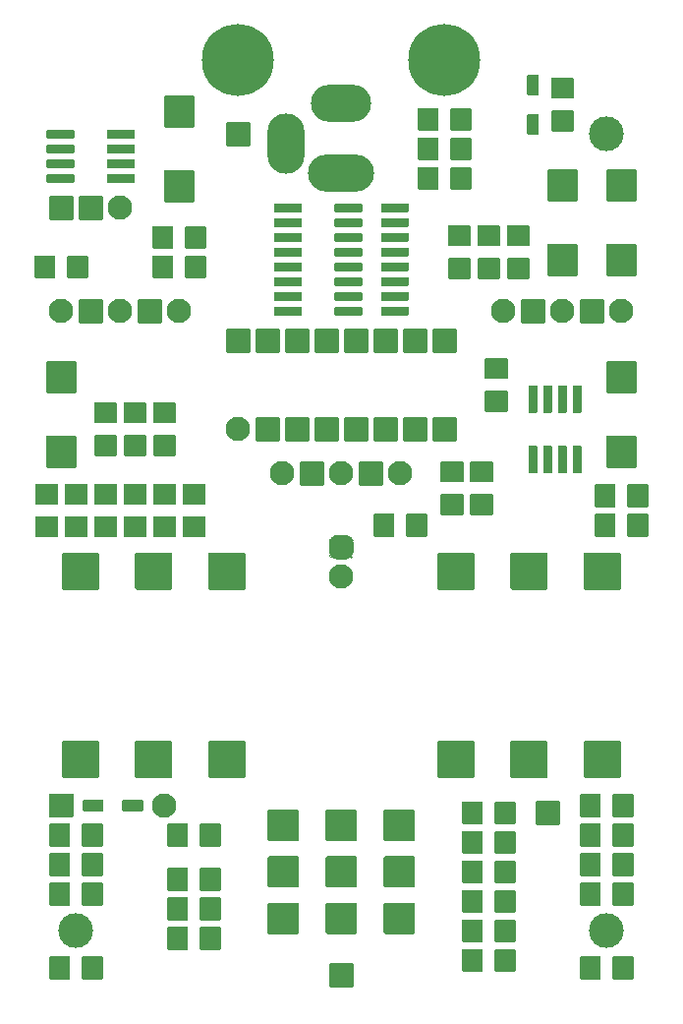
<source format=gbr>
G04 #@! TF.GenerationSoftware,KiCad,Pcbnew,5.1.12-84ad8e8a86~92~ubuntu20.04.1*
G04 #@! TF.CreationDate,2024-08-07T09:29:16+00:00*
G04 #@! TF.ProjectId,___-1.17.C-1,221a1f2d-312e-4313-972e-432d312e6b69,3C*
G04 #@! TF.SameCoordinates,Original*
G04 #@! TF.FileFunction,Soldermask,Top*
G04 #@! TF.FilePolarity,Negative*
%FSLAX46Y46*%
G04 Gerber Fmt 4.6, Leading zero omitted, Abs format (unit mm)*
G04 Created by KiCad (PCBNEW 5.1.12-84ad8e8a86~92~ubuntu20.04.1) date 2024-08-07 09:29:16*
%MOMM*%
%LPD*%
G01*
G04 APERTURE LIST*
%ADD10C,2.100000*%
%ADD11C,3.000000*%
%ADD12C,6.200000*%
%ADD13O,5.200000X3.200000*%
%ADD14O,3.200000X5.200000*%
%ADD15O,5.700000X3.200000*%
%ADD16C,0.100000*%
G04 APERTURE END LIST*
D10*
X110490000Y-133350000D03*
G36*
G01*
X106900000Y-134300000D02*
X106900000Y-132400000D01*
G75*
G02*
X107000000Y-132300000I100000J0D01*
G01*
X108900000Y-132300000D01*
G75*
G02*
X109000000Y-132400000I0J-100000D01*
G01*
X109000000Y-134300000D01*
G75*
G02*
X108900000Y-134400000I-100000J0D01*
G01*
X107000000Y-134400000D01*
G75*
G02*
X106900000Y-134300000I0J100000D01*
G01*
G37*
X105410000Y-133350000D03*
G36*
G01*
X101820000Y-134300000D02*
X101820000Y-132400000D01*
G75*
G02*
X101920000Y-132300000I100000J0D01*
G01*
X103820000Y-132300000D01*
G75*
G02*
X103920000Y-132400000I0J-100000D01*
G01*
X103920000Y-134300000D01*
G75*
G02*
X103820000Y-134400000I-100000J0D01*
G01*
X101920000Y-134400000D01*
G75*
G02*
X101820000Y-134300000I0J100000D01*
G01*
G37*
X100330000Y-133350000D03*
X91440000Y-119380000D03*
G36*
G01*
X87850000Y-120330000D02*
X87850000Y-118430000D01*
G75*
G02*
X87950000Y-118330000I100000J0D01*
G01*
X89850000Y-118330000D01*
G75*
G02*
X89950000Y-118430000I0J-100000D01*
G01*
X89950000Y-120330000D01*
G75*
G02*
X89850000Y-120430000I-100000J0D01*
G01*
X87950000Y-120430000D01*
G75*
G02*
X87850000Y-120330000I0J100000D01*
G01*
G37*
X86360000Y-119380000D03*
G36*
G01*
X82770000Y-120330000D02*
X82770000Y-118430000D01*
G75*
G02*
X82870000Y-118330000I100000J0D01*
G01*
X84770000Y-118330000D01*
G75*
G02*
X84870000Y-118430000I0J-100000D01*
G01*
X84870000Y-120330000D01*
G75*
G02*
X84770000Y-120430000I-100000J0D01*
G01*
X82870000Y-120430000D01*
G75*
G02*
X82770000Y-120330000I0J100000D01*
G01*
G37*
X81280000Y-119380000D03*
X129540000Y-119380000D03*
G36*
G01*
X125950000Y-120330000D02*
X125950000Y-118430000D01*
G75*
G02*
X126050000Y-118330000I100000J0D01*
G01*
X127950000Y-118330000D01*
G75*
G02*
X128050000Y-118430000I0J-100000D01*
G01*
X128050000Y-120330000D01*
G75*
G02*
X127950000Y-120430000I-100000J0D01*
G01*
X126050000Y-120430000D01*
G75*
G02*
X125950000Y-120330000I0J100000D01*
G01*
G37*
X124460000Y-119380000D03*
G36*
G01*
X120870000Y-120330000D02*
X120870000Y-118430000D01*
G75*
G02*
X120970000Y-118330000I100000J0D01*
G01*
X122870000Y-118330000D01*
G75*
G02*
X122970000Y-118430000I0J-100000D01*
G01*
X122970000Y-120330000D01*
G75*
G02*
X122870000Y-120430000I-100000J0D01*
G01*
X120970000Y-120430000D01*
G75*
G02*
X120870000Y-120330000I0J100000D01*
G01*
G37*
X119380000Y-119380000D03*
G36*
G01*
X88325000Y-161525000D02*
X88325000Y-162325000D01*
G75*
G02*
X88225000Y-162425000I-100000J0D01*
G01*
X86625000Y-162425000D01*
G75*
G02*
X86525000Y-162325000I0J100000D01*
G01*
X86525000Y-161525000D01*
G75*
G02*
X86625000Y-161425000I100000J0D01*
G01*
X88225000Y-161425000D01*
G75*
G02*
X88325000Y-161525000I0J-100000D01*
G01*
G37*
G36*
G01*
X84925000Y-161525000D02*
X84925000Y-162325000D01*
G75*
G02*
X84825000Y-162425000I-100000J0D01*
G01*
X83225000Y-162425000D01*
G75*
G02*
X83125000Y-162325000I0J100000D01*
G01*
X83125000Y-161525000D01*
G75*
G02*
X83225000Y-161425000I100000J0D01*
G01*
X84825000Y-161425000D01*
G75*
G02*
X84925000Y-161525000I0J-100000D01*
G01*
G37*
X90170000Y-161925000D03*
G36*
G01*
X82330000Y-160975000D02*
X82330000Y-162875000D01*
G75*
G02*
X82230000Y-162975000I-100000J0D01*
G01*
X80330000Y-162975000D01*
G75*
G02*
X80230000Y-162875000I0J100000D01*
G01*
X80230000Y-160975000D01*
G75*
G02*
X80330000Y-160875000I100000J0D01*
G01*
X82230000Y-160875000D01*
G75*
G02*
X82330000Y-160975000I0J-100000D01*
G01*
G37*
G36*
G01*
X109990000Y-136895000D02*
X109990000Y-138695000D01*
G75*
G02*
X109890000Y-138795000I-100000J0D01*
G01*
X108290000Y-138795000D01*
G75*
G02*
X108190000Y-138695000I0J100000D01*
G01*
X108190000Y-136895000D01*
G75*
G02*
X108290000Y-136795000I100000J0D01*
G01*
X109890000Y-136795000D01*
G75*
G02*
X109990000Y-136895000I0J-100000D01*
G01*
G37*
G36*
G01*
X112790000Y-136895000D02*
X112790000Y-138695000D01*
G75*
G02*
X112690000Y-138795000I-100000J0D01*
G01*
X111090000Y-138795000D01*
G75*
G02*
X110990000Y-138695000I0J100000D01*
G01*
X110990000Y-136895000D01*
G75*
G02*
X111090000Y-136795000I100000J0D01*
G01*
X112690000Y-136795000D01*
G75*
G02*
X112790000Y-136895000I0J-100000D01*
G01*
G37*
G36*
G01*
X109060000Y-168890000D02*
X109060000Y-166390000D01*
G75*
G02*
X109160000Y-166290000I100000J0D01*
G01*
X111660000Y-166290000D01*
G75*
G02*
X111760000Y-166390000I0J-100000D01*
G01*
X111760000Y-168890000D01*
G75*
G02*
X111660000Y-168990000I-100000J0D01*
G01*
X109160000Y-168990000D01*
G75*
G02*
X109060000Y-168890000I0J100000D01*
G01*
G37*
G36*
G01*
X109060000Y-172890000D02*
X109060000Y-170390000D01*
G75*
G02*
X109160000Y-170290000I100000J0D01*
G01*
X111660000Y-170290000D01*
G75*
G02*
X111760000Y-170390000I0J-100000D01*
G01*
X111760000Y-172890000D01*
G75*
G02*
X111660000Y-172990000I-100000J0D01*
G01*
X109160000Y-172990000D01*
G75*
G02*
X109060000Y-172890000I0J100000D01*
G01*
G37*
G36*
G01*
X109060000Y-164890000D02*
X109060000Y-162390000D01*
G75*
G02*
X109160000Y-162290000I100000J0D01*
G01*
X111660000Y-162290000D01*
G75*
G02*
X111760000Y-162390000I0J-100000D01*
G01*
X111760000Y-164890000D01*
G75*
G02*
X111660000Y-164990000I-100000J0D01*
G01*
X109160000Y-164990000D01*
G75*
G02*
X109060000Y-164890000I0J100000D01*
G01*
G37*
G36*
G01*
X104060000Y-168890000D02*
X104060000Y-166390000D01*
G75*
G02*
X104160000Y-166290000I100000J0D01*
G01*
X106660000Y-166290000D01*
G75*
G02*
X106760000Y-166390000I0J-100000D01*
G01*
X106760000Y-168890000D01*
G75*
G02*
X106660000Y-168990000I-100000J0D01*
G01*
X104160000Y-168990000D01*
G75*
G02*
X104060000Y-168890000I0J100000D01*
G01*
G37*
G36*
G01*
X104060000Y-172890000D02*
X104060000Y-170390000D01*
G75*
G02*
X104160000Y-170290000I100000J0D01*
G01*
X106660000Y-170290000D01*
G75*
G02*
X106760000Y-170390000I0J-100000D01*
G01*
X106760000Y-172890000D01*
G75*
G02*
X106660000Y-172990000I-100000J0D01*
G01*
X104160000Y-172990000D01*
G75*
G02*
X104060000Y-172890000I0J100000D01*
G01*
G37*
G36*
G01*
X104060000Y-164890000D02*
X104060000Y-162390000D01*
G75*
G02*
X104160000Y-162290000I100000J0D01*
G01*
X106660000Y-162290000D01*
G75*
G02*
X106760000Y-162390000I0J-100000D01*
G01*
X106760000Y-164890000D01*
G75*
G02*
X106660000Y-164990000I-100000J0D01*
G01*
X104160000Y-164990000D01*
G75*
G02*
X104060000Y-164890000I0J100000D01*
G01*
G37*
G36*
G01*
X99060000Y-164890000D02*
X99060000Y-162390000D01*
G75*
G02*
X99160000Y-162290000I100000J0D01*
G01*
X101660000Y-162290000D01*
G75*
G02*
X101760000Y-162390000I0J-100000D01*
G01*
X101760000Y-164890000D01*
G75*
G02*
X101660000Y-164990000I-100000J0D01*
G01*
X99160000Y-164990000D01*
G75*
G02*
X99060000Y-164890000I0J100000D01*
G01*
G37*
G36*
G01*
X99060000Y-168890000D02*
X99060000Y-166390000D01*
G75*
G02*
X99160000Y-166290000I100000J0D01*
G01*
X101660000Y-166290000D01*
G75*
G02*
X101760000Y-166390000I0J-100000D01*
G01*
X101760000Y-168890000D01*
G75*
G02*
X101660000Y-168990000I-100000J0D01*
G01*
X99160000Y-168990000D01*
G75*
G02*
X99060000Y-168890000I0J100000D01*
G01*
G37*
G36*
G01*
X99060000Y-172890000D02*
X99060000Y-170390000D01*
G75*
G02*
X99160000Y-170290000I100000J0D01*
G01*
X101660000Y-170290000D01*
G75*
G02*
X101760000Y-170390000I0J-100000D01*
G01*
X101760000Y-172890000D01*
G75*
G02*
X101660000Y-172990000I-100000J0D01*
G01*
X99160000Y-172990000D01*
G75*
G02*
X99060000Y-172890000I0J100000D01*
G01*
G37*
G36*
G01*
X83050000Y-167905000D02*
X83050000Y-166105000D01*
G75*
G02*
X83150000Y-166005000I100000J0D01*
G01*
X84750000Y-166005000D01*
G75*
G02*
X84850000Y-166105000I0J-100000D01*
G01*
X84850000Y-167905000D01*
G75*
G02*
X84750000Y-168005000I-100000J0D01*
G01*
X83150000Y-168005000D01*
G75*
G02*
X83050000Y-167905000I0J100000D01*
G01*
G37*
G36*
G01*
X80250000Y-167905000D02*
X80250000Y-166105000D01*
G75*
G02*
X80350000Y-166005000I100000J0D01*
G01*
X81950000Y-166005000D01*
G75*
G02*
X82050000Y-166105000I0J-100000D01*
G01*
X82050000Y-167905000D01*
G75*
G02*
X81950000Y-168005000I-100000J0D01*
G01*
X80350000Y-168005000D01*
G75*
G02*
X80250000Y-167905000I0J100000D01*
G01*
G37*
G36*
G01*
X120410000Y-161660000D02*
X120410000Y-163460000D01*
G75*
G02*
X120310000Y-163560000I-100000J0D01*
G01*
X118710000Y-163560000D01*
G75*
G02*
X118610000Y-163460000I0J100000D01*
G01*
X118610000Y-161660000D01*
G75*
G02*
X118710000Y-161560000I100000J0D01*
G01*
X120310000Y-161560000D01*
G75*
G02*
X120410000Y-161660000I0J-100000D01*
G01*
G37*
G36*
G01*
X117610000Y-161660000D02*
X117610000Y-163460000D01*
G75*
G02*
X117510000Y-163560000I-100000J0D01*
G01*
X115910000Y-163560000D01*
G75*
G02*
X115810000Y-163460000I0J100000D01*
G01*
X115810000Y-161660000D01*
G75*
G02*
X115910000Y-161560000I100000J0D01*
G01*
X117510000Y-161560000D01*
G75*
G02*
X117610000Y-161660000I0J-100000D01*
G01*
G37*
G36*
G01*
X125970000Y-165365000D02*
X125970000Y-163565000D01*
G75*
G02*
X126070000Y-163465000I100000J0D01*
G01*
X127670000Y-163465000D01*
G75*
G02*
X127770000Y-163565000I0J-100000D01*
G01*
X127770000Y-165365000D01*
G75*
G02*
X127670000Y-165465000I-100000J0D01*
G01*
X126070000Y-165465000D01*
G75*
G02*
X125970000Y-165365000I0J100000D01*
G01*
G37*
G36*
G01*
X128770000Y-165365000D02*
X128770000Y-163565000D01*
G75*
G02*
X128870000Y-163465000I100000J0D01*
G01*
X130470000Y-163465000D01*
G75*
G02*
X130570000Y-163565000I0J-100000D01*
G01*
X130570000Y-165365000D01*
G75*
G02*
X130470000Y-165465000I-100000J0D01*
G01*
X128870000Y-165465000D01*
G75*
G02*
X128770000Y-165365000I0J100000D01*
G01*
G37*
G36*
G01*
X115810000Y-166000000D02*
X115810000Y-164200000D01*
G75*
G02*
X115910000Y-164100000I100000J0D01*
G01*
X117510000Y-164100000D01*
G75*
G02*
X117610000Y-164200000I0J-100000D01*
G01*
X117610000Y-166000000D01*
G75*
G02*
X117510000Y-166100000I-100000J0D01*
G01*
X115910000Y-166100000D01*
G75*
G02*
X115810000Y-166000000I0J100000D01*
G01*
G37*
G36*
G01*
X118610000Y-166000000D02*
X118610000Y-164200000D01*
G75*
G02*
X118710000Y-164100000I100000J0D01*
G01*
X120310000Y-164100000D01*
G75*
G02*
X120410000Y-164200000I0J-100000D01*
G01*
X120410000Y-166000000D01*
G75*
G02*
X120310000Y-166100000I-100000J0D01*
G01*
X118710000Y-166100000D01*
G75*
G02*
X118610000Y-166000000I0J100000D01*
G01*
G37*
G36*
G01*
X120410000Y-169280000D02*
X120410000Y-171080000D01*
G75*
G02*
X120310000Y-171180000I-100000J0D01*
G01*
X118710000Y-171180000D01*
G75*
G02*
X118610000Y-171080000I0J100000D01*
G01*
X118610000Y-169280000D01*
G75*
G02*
X118710000Y-169180000I100000J0D01*
G01*
X120310000Y-169180000D01*
G75*
G02*
X120410000Y-169280000I0J-100000D01*
G01*
G37*
G36*
G01*
X117610000Y-169280000D02*
X117610000Y-171080000D01*
G75*
G02*
X117510000Y-171180000I-100000J0D01*
G01*
X115910000Y-171180000D01*
G75*
G02*
X115810000Y-171080000I0J100000D01*
G01*
X115810000Y-169280000D01*
G75*
G02*
X115910000Y-169180000I100000J0D01*
G01*
X117510000Y-169180000D01*
G75*
G02*
X117610000Y-169280000I0J-100000D01*
G01*
G37*
G36*
G01*
X83050000Y-165365000D02*
X83050000Y-163565000D01*
G75*
G02*
X83150000Y-163465000I100000J0D01*
G01*
X84750000Y-163465000D01*
G75*
G02*
X84850000Y-163565000I0J-100000D01*
G01*
X84850000Y-165365000D01*
G75*
G02*
X84750000Y-165465000I-100000J0D01*
G01*
X83150000Y-165465000D01*
G75*
G02*
X83050000Y-165365000I0J100000D01*
G01*
G37*
G36*
G01*
X80250000Y-165365000D02*
X80250000Y-163565000D01*
G75*
G02*
X80350000Y-163465000I100000J0D01*
G01*
X81950000Y-163465000D01*
G75*
G02*
X82050000Y-163565000I0J-100000D01*
G01*
X82050000Y-165365000D01*
G75*
G02*
X81950000Y-165465000I-100000J0D01*
G01*
X80350000Y-165465000D01*
G75*
G02*
X80250000Y-165365000I0J100000D01*
G01*
G37*
G36*
G01*
X80910000Y-138825000D02*
X79110000Y-138825000D01*
G75*
G02*
X79010000Y-138725000I0J100000D01*
G01*
X79010000Y-137125000D01*
G75*
G02*
X79110000Y-137025000I100000J0D01*
G01*
X80910000Y-137025000D01*
G75*
G02*
X81010000Y-137125000I0J-100000D01*
G01*
X81010000Y-138725000D01*
G75*
G02*
X80910000Y-138825000I-100000J0D01*
G01*
G37*
G36*
G01*
X80910000Y-136025000D02*
X79110000Y-136025000D01*
G75*
G02*
X79010000Y-135925000I0J100000D01*
G01*
X79010000Y-134325000D01*
G75*
G02*
X79110000Y-134225000I100000J0D01*
G01*
X80910000Y-134225000D01*
G75*
G02*
X81010000Y-134325000I0J-100000D01*
G01*
X81010000Y-135925000D01*
G75*
G02*
X80910000Y-136025000I-100000J0D01*
G01*
G37*
G36*
G01*
X115810000Y-168540000D02*
X115810000Y-166740000D01*
G75*
G02*
X115910000Y-166640000I100000J0D01*
G01*
X117510000Y-166640000D01*
G75*
G02*
X117610000Y-166740000I0J-100000D01*
G01*
X117610000Y-168540000D01*
G75*
G02*
X117510000Y-168640000I-100000J0D01*
G01*
X115910000Y-168640000D01*
G75*
G02*
X115810000Y-168540000I0J100000D01*
G01*
G37*
G36*
G01*
X118610000Y-168540000D02*
X118610000Y-166740000D01*
G75*
G02*
X118710000Y-166640000I100000J0D01*
G01*
X120310000Y-166640000D01*
G75*
G02*
X120410000Y-166740000I0J-100000D01*
G01*
X120410000Y-168540000D01*
G75*
G02*
X120310000Y-168640000I-100000J0D01*
G01*
X118710000Y-168640000D01*
G75*
G02*
X118610000Y-168540000I0J100000D01*
G01*
G37*
G36*
G01*
X84190000Y-134225000D02*
X85990000Y-134225000D01*
G75*
G02*
X86090000Y-134325000I0J-100000D01*
G01*
X86090000Y-135925000D01*
G75*
G02*
X85990000Y-136025000I-100000J0D01*
G01*
X84190000Y-136025000D01*
G75*
G02*
X84090000Y-135925000I0J100000D01*
G01*
X84090000Y-134325000D01*
G75*
G02*
X84190000Y-134225000I100000J0D01*
G01*
G37*
G36*
G01*
X84190000Y-137025000D02*
X85990000Y-137025000D01*
G75*
G02*
X86090000Y-137125000I0J-100000D01*
G01*
X86090000Y-138725000D01*
G75*
G02*
X85990000Y-138825000I-100000J0D01*
G01*
X84190000Y-138825000D01*
G75*
G02*
X84090000Y-138725000I0J100000D01*
G01*
X84090000Y-137125000D01*
G75*
G02*
X84190000Y-137025000I100000J0D01*
G01*
G37*
G36*
G01*
X125970000Y-162825000D02*
X125970000Y-161025000D01*
G75*
G02*
X126070000Y-160925000I100000J0D01*
G01*
X127670000Y-160925000D01*
G75*
G02*
X127770000Y-161025000I0J-100000D01*
G01*
X127770000Y-162825000D01*
G75*
G02*
X127670000Y-162925000I-100000J0D01*
G01*
X126070000Y-162925000D01*
G75*
G02*
X125970000Y-162825000I0J100000D01*
G01*
G37*
G36*
G01*
X128770000Y-162825000D02*
X128770000Y-161025000D01*
G75*
G02*
X128870000Y-160925000I100000J0D01*
G01*
X130470000Y-160925000D01*
G75*
G02*
X130570000Y-161025000I0J-100000D01*
G01*
X130570000Y-162825000D01*
G75*
G02*
X130470000Y-162925000I-100000J0D01*
G01*
X128870000Y-162925000D01*
G75*
G02*
X128770000Y-162825000I0J100000D01*
G01*
G37*
G36*
G01*
X91810000Y-134225000D02*
X93610000Y-134225000D01*
G75*
G02*
X93710000Y-134325000I0J-100000D01*
G01*
X93710000Y-135925000D01*
G75*
G02*
X93610000Y-136025000I-100000J0D01*
G01*
X91810000Y-136025000D01*
G75*
G02*
X91710000Y-135925000I0J100000D01*
G01*
X91710000Y-134325000D01*
G75*
G02*
X91810000Y-134225000I100000J0D01*
G01*
G37*
G36*
G01*
X91810000Y-137025000D02*
X93610000Y-137025000D01*
G75*
G02*
X93710000Y-137125000I0J-100000D01*
G01*
X93710000Y-138725000D01*
G75*
G02*
X93610000Y-138825000I-100000J0D01*
G01*
X91810000Y-138825000D01*
G75*
G02*
X91710000Y-138725000I0J100000D01*
G01*
X91710000Y-137125000D01*
G75*
G02*
X91810000Y-137025000I100000J0D01*
G01*
G37*
G36*
G01*
X89270000Y-134225000D02*
X91070000Y-134225000D01*
G75*
G02*
X91170000Y-134325000I0J-100000D01*
G01*
X91170000Y-135925000D01*
G75*
G02*
X91070000Y-136025000I-100000J0D01*
G01*
X89270000Y-136025000D01*
G75*
G02*
X89170000Y-135925000I0J100000D01*
G01*
X89170000Y-134325000D01*
G75*
G02*
X89270000Y-134225000I100000J0D01*
G01*
G37*
G36*
G01*
X89270000Y-137025000D02*
X91070000Y-137025000D01*
G75*
G02*
X91170000Y-137125000I0J-100000D01*
G01*
X91170000Y-138725000D01*
G75*
G02*
X91070000Y-138825000I-100000J0D01*
G01*
X89270000Y-138825000D01*
G75*
G02*
X89170000Y-138725000I0J100000D01*
G01*
X89170000Y-137125000D01*
G75*
G02*
X89270000Y-137025000I100000J0D01*
G01*
G37*
G36*
G01*
X125970000Y-170445000D02*
X125970000Y-168645000D01*
G75*
G02*
X126070000Y-168545000I100000J0D01*
G01*
X127670000Y-168545000D01*
G75*
G02*
X127770000Y-168645000I0J-100000D01*
G01*
X127770000Y-170445000D01*
G75*
G02*
X127670000Y-170545000I-100000J0D01*
G01*
X126070000Y-170545000D01*
G75*
G02*
X125970000Y-170445000I0J100000D01*
G01*
G37*
G36*
G01*
X128770000Y-170445000D02*
X128770000Y-168645000D01*
G75*
G02*
X128870000Y-168545000I100000J0D01*
G01*
X130470000Y-168545000D01*
G75*
G02*
X130570000Y-168645000I0J-100000D01*
G01*
X130570000Y-170445000D01*
G75*
G02*
X130470000Y-170545000I-100000J0D01*
G01*
X128870000Y-170545000D01*
G75*
G02*
X128770000Y-170445000I0J100000D01*
G01*
G37*
G36*
G01*
X128770000Y-176795000D02*
X128770000Y-174995000D01*
G75*
G02*
X128870000Y-174895000I100000J0D01*
G01*
X130470000Y-174895000D01*
G75*
G02*
X130570000Y-174995000I0J-100000D01*
G01*
X130570000Y-176795000D01*
G75*
G02*
X130470000Y-176895000I-100000J0D01*
G01*
X128870000Y-176895000D01*
G75*
G02*
X128770000Y-176795000I0J100000D01*
G01*
G37*
G36*
G01*
X125970000Y-176795000D02*
X125970000Y-174995000D01*
G75*
G02*
X126070000Y-174895000I100000J0D01*
G01*
X127670000Y-174895000D01*
G75*
G02*
X127770000Y-174995000I0J-100000D01*
G01*
X127770000Y-176795000D01*
G75*
G02*
X127670000Y-176895000I-100000J0D01*
G01*
X126070000Y-176895000D01*
G75*
G02*
X125970000Y-176795000I0J100000D01*
G01*
G37*
G36*
G01*
X119750000Y-112000000D02*
X121550000Y-112000000D01*
G75*
G02*
X121650000Y-112100000I0J-100000D01*
G01*
X121650000Y-113700000D01*
G75*
G02*
X121550000Y-113800000I-100000J0D01*
G01*
X119750000Y-113800000D01*
G75*
G02*
X119650000Y-113700000I0J100000D01*
G01*
X119650000Y-112100000D01*
G75*
G02*
X119750000Y-112000000I100000J0D01*
G01*
G37*
G36*
G01*
X119750000Y-114800000D02*
X121550000Y-114800000D01*
G75*
G02*
X121650000Y-114900000I0J-100000D01*
G01*
X121650000Y-116500000D01*
G75*
G02*
X121550000Y-116600000I-100000J0D01*
G01*
X119750000Y-116600000D01*
G75*
G02*
X119650000Y-116500000I0J100000D01*
G01*
X119650000Y-114900000D01*
G75*
G02*
X119750000Y-114800000I100000J0D01*
G01*
G37*
G36*
G01*
X117210000Y-112000000D02*
X119010000Y-112000000D01*
G75*
G02*
X119110000Y-112100000I0J-100000D01*
G01*
X119110000Y-113700000D01*
G75*
G02*
X119010000Y-113800000I-100000J0D01*
G01*
X117210000Y-113800000D01*
G75*
G02*
X117110000Y-113700000I0J100000D01*
G01*
X117110000Y-112100000D01*
G75*
G02*
X117210000Y-112000000I100000J0D01*
G01*
G37*
G36*
G01*
X117210000Y-114800000D02*
X119010000Y-114800000D01*
G75*
G02*
X119110000Y-114900000I0J-100000D01*
G01*
X119110000Y-116500000D01*
G75*
G02*
X119010000Y-116600000I-100000J0D01*
G01*
X117210000Y-116600000D01*
G75*
G02*
X117110000Y-116500000I0J100000D01*
G01*
X117110000Y-114900000D01*
G75*
G02*
X117210000Y-114800000I100000J0D01*
G01*
G37*
G36*
G01*
X114670000Y-112000000D02*
X116470000Y-112000000D01*
G75*
G02*
X116570000Y-112100000I0J-100000D01*
G01*
X116570000Y-113700000D01*
G75*
G02*
X116470000Y-113800000I-100000J0D01*
G01*
X114670000Y-113800000D01*
G75*
G02*
X114570000Y-113700000I0J100000D01*
G01*
X114570000Y-112100000D01*
G75*
G02*
X114670000Y-112000000I100000J0D01*
G01*
G37*
G36*
G01*
X114670000Y-114800000D02*
X116470000Y-114800000D01*
G75*
G02*
X116570000Y-114900000I0J-100000D01*
G01*
X116570000Y-116500000D01*
G75*
G02*
X116470000Y-116600000I-100000J0D01*
G01*
X114670000Y-116600000D01*
G75*
G02*
X114570000Y-116500000I0J100000D01*
G01*
X114570000Y-114900000D01*
G75*
G02*
X114670000Y-114800000I100000J0D01*
G01*
G37*
G36*
G01*
X112000000Y-108850000D02*
X112000000Y-107050000D01*
G75*
G02*
X112100000Y-106950000I100000J0D01*
G01*
X113700000Y-106950000D01*
G75*
G02*
X113800000Y-107050000I0J-100000D01*
G01*
X113800000Y-108850000D01*
G75*
G02*
X113700000Y-108950000I-100000J0D01*
G01*
X112100000Y-108950000D01*
G75*
G02*
X112000000Y-108850000I0J100000D01*
G01*
G37*
G36*
G01*
X114800000Y-108850000D02*
X114800000Y-107050000D01*
G75*
G02*
X114900000Y-106950000I100000J0D01*
G01*
X116500000Y-106950000D01*
G75*
G02*
X116600000Y-107050000I0J-100000D01*
G01*
X116600000Y-108850000D01*
G75*
G02*
X116500000Y-108950000I-100000J0D01*
G01*
X114900000Y-108950000D01*
G75*
G02*
X114800000Y-108850000I0J100000D01*
G01*
G37*
G36*
G01*
X91940000Y-116470000D02*
X91940000Y-114670000D01*
G75*
G02*
X92040000Y-114570000I100000J0D01*
G01*
X93640000Y-114570000D01*
G75*
G02*
X93740000Y-114670000I0J-100000D01*
G01*
X93740000Y-116470000D01*
G75*
G02*
X93640000Y-116570000I-100000J0D01*
G01*
X92040000Y-116570000D01*
G75*
G02*
X91940000Y-116470000I0J100000D01*
G01*
G37*
G36*
G01*
X89140000Y-116470000D02*
X89140000Y-114670000D01*
G75*
G02*
X89240000Y-114570000I100000J0D01*
G01*
X90840000Y-114570000D01*
G75*
G02*
X90940000Y-114670000I0J-100000D01*
G01*
X90940000Y-116470000D01*
G75*
G02*
X90840000Y-116570000I-100000J0D01*
G01*
X89240000Y-116570000D01*
G75*
G02*
X89140000Y-116470000I0J100000D01*
G01*
G37*
G36*
G01*
X89140000Y-113930000D02*
X89140000Y-112130000D01*
G75*
G02*
X89240000Y-112030000I100000J0D01*
G01*
X90840000Y-112030000D01*
G75*
G02*
X90940000Y-112130000I0J-100000D01*
G01*
X90940000Y-113930000D01*
G75*
G02*
X90840000Y-114030000I-100000J0D01*
G01*
X89240000Y-114030000D01*
G75*
G02*
X89140000Y-113930000I0J100000D01*
G01*
G37*
G36*
G01*
X91940000Y-113930000D02*
X91940000Y-112130000D01*
G75*
G02*
X92040000Y-112030000I100000J0D01*
G01*
X93640000Y-112030000D01*
G75*
G02*
X93740000Y-112130000I0J-100000D01*
G01*
X93740000Y-113930000D01*
G75*
G02*
X93640000Y-114030000I-100000J0D01*
G01*
X92040000Y-114030000D01*
G75*
G02*
X91940000Y-113930000I0J100000D01*
G01*
G37*
G36*
G01*
X93210000Y-174255000D02*
X93210000Y-172455000D01*
G75*
G02*
X93310000Y-172355000I100000J0D01*
G01*
X94910000Y-172355000D01*
G75*
G02*
X95010000Y-172455000I0J-100000D01*
G01*
X95010000Y-174255000D01*
G75*
G02*
X94910000Y-174355000I-100000J0D01*
G01*
X93310000Y-174355000D01*
G75*
G02*
X93210000Y-174255000I0J100000D01*
G01*
G37*
G36*
G01*
X90410000Y-174255000D02*
X90410000Y-172455000D01*
G75*
G02*
X90510000Y-172355000I100000J0D01*
G01*
X92110000Y-172355000D01*
G75*
G02*
X92210000Y-172455000I0J-100000D01*
G01*
X92210000Y-174255000D01*
G75*
G02*
X92110000Y-174355000I-100000J0D01*
G01*
X90510000Y-174355000D01*
G75*
G02*
X90410000Y-174255000I0J100000D01*
G01*
G37*
G36*
G01*
X120410000Y-174360000D02*
X120410000Y-176160000D01*
G75*
G02*
X120310000Y-176260000I-100000J0D01*
G01*
X118710000Y-176260000D01*
G75*
G02*
X118610000Y-176160000I0J100000D01*
G01*
X118610000Y-174360000D01*
G75*
G02*
X118710000Y-174260000I100000J0D01*
G01*
X120310000Y-174260000D01*
G75*
G02*
X120410000Y-174360000I0J-100000D01*
G01*
G37*
G36*
G01*
X117610000Y-174360000D02*
X117610000Y-176160000D01*
G75*
G02*
X117510000Y-176260000I-100000J0D01*
G01*
X115910000Y-176260000D01*
G75*
G02*
X115810000Y-176160000I0J100000D01*
G01*
X115810000Y-174360000D01*
G75*
G02*
X115910000Y-174260000I100000J0D01*
G01*
X117510000Y-174260000D01*
G75*
G02*
X117610000Y-174360000I0J-100000D01*
G01*
G37*
G36*
G01*
X90410000Y-165365000D02*
X90410000Y-163565000D01*
G75*
G02*
X90510000Y-163465000I100000J0D01*
G01*
X92110000Y-163465000D01*
G75*
G02*
X92210000Y-163565000I0J-100000D01*
G01*
X92210000Y-165365000D01*
G75*
G02*
X92110000Y-165465000I-100000J0D01*
G01*
X90510000Y-165465000D01*
G75*
G02*
X90410000Y-165365000I0J100000D01*
G01*
G37*
G36*
G01*
X93210000Y-165365000D02*
X93210000Y-163565000D01*
G75*
G02*
X93310000Y-163465000I100000J0D01*
G01*
X94910000Y-163465000D01*
G75*
G02*
X95010000Y-163565000I0J-100000D01*
G01*
X95010000Y-165365000D01*
G75*
G02*
X94910000Y-165465000I-100000J0D01*
G01*
X93310000Y-165465000D01*
G75*
G02*
X93210000Y-165365000I0J100000D01*
G01*
G37*
G36*
G01*
X123560000Y-102100000D02*
X125360000Y-102100000D01*
G75*
G02*
X125460000Y-102200000I0J-100000D01*
G01*
X125460000Y-103800000D01*
G75*
G02*
X125360000Y-103900000I-100000J0D01*
G01*
X123560000Y-103900000D01*
G75*
G02*
X123460000Y-103800000I0J100000D01*
G01*
X123460000Y-102200000D01*
G75*
G02*
X123560000Y-102100000I100000J0D01*
G01*
G37*
G36*
G01*
X123560000Y-99300000D02*
X125360000Y-99300000D01*
G75*
G02*
X125460000Y-99400000I0J-100000D01*
G01*
X125460000Y-101000000D01*
G75*
G02*
X125360000Y-101100000I-100000J0D01*
G01*
X123560000Y-101100000D01*
G75*
G02*
X123460000Y-101000000I0J100000D01*
G01*
X123460000Y-99400000D01*
G75*
G02*
X123560000Y-99300000I100000J0D01*
G01*
G37*
G36*
G01*
X128340000Y-113560000D02*
X130740000Y-113560000D01*
G75*
G02*
X130840000Y-113660000I0J-100000D01*
G01*
X130840000Y-116260000D01*
G75*
G02*
X130740000Y-116360000I-100000J0D01*
G01*
X128340000Y-116360000D01*
G75*
G02*
X128240000Y-116260000I0J100000D01*
G01*
X128240000Y-113660000D01*
G75*
G02*
X128340000Y-113560000I100000J0D01*
G01*
G37*
G36*
G01*
X128340000Y-107160000D02*
X130740000Y-107160000D01*
G75*
G02*
X130840000Y-107260000I0J-100000D01*
G01*
X130840000Y-109860000D01*
G75*
G02*
X130740000Y-109960000I-100000J0D01*
G01*
X128340000Y-109960000D01*
G75*
G02*
X128240000Y-109860000I0J100000D01*
G01*
X128240000Y-107260000D01*
G75*
G02*
X128340000Y-107160000I100000J0D01*
G01*
G37*
G36*
G01*
X112000000Y-103770000D02*
X112000000Y-101970000D01*
G75*
G02*
X112100000Y-101870000I100000J0D01*
G01*
X113700000Y-101870000D01*
G75*
G02*
X113800000Y-101970000I0J-100000D01*
G01*
X113800000Y-103770000D01*
G75*
G02*
X113700000Y-103870000I-100000J0D01*
G01*
X112100000Y-103870000D01*
G75*
G02*
X112000000Y-103770000I0J100000D01*
G01*
G37*
G36*
G01*
X114800000Y-103770000D02*
X114800000Y-101970000D01*
G75*
G02*
X114900000Y-101870000I100000J0D01*
G01*
X116500000Y-101870000D01*
G75*
G02*
X116600000Y-101970000I0J-100000D01*
G01*
X116600000Y-103770000D01*
G75*
G02*
X116500000Y-103870000I-100000J0D01*
G01*
X114900000Y-103870000D01*
G75*
G02*
X114800000Y-103770000I0J100000D01*
G01*
G37*
G36*
G01*
X131840000Y-136895000D02*
X131840000Y-138695000D01*
G75*
G02*
X131740000Y-138795000I-100000J0D01*
G01*
X130140000Y-138795000D01*
G75*
G02*
X130040000Y-138695000I0J100000D01*
G01*
X130040000Y-136895000D01*
G75*
G02*
X130140000Y-136795000I100000J0D01*
G01*
X131740000Y-136795000D01*
G75*
G02*
X131840000Y-136895000I0J-100000D01*
G01*
G37*
G36*
G01*
X129040000Y-136895000D02*
X129040000Y-138695000D01*
G75*
G02*
X128940000Y-138795000I-100000J0D01*
G01*
X127340000Y-138795000D01*
G75*
G02*
X127240000Y-138695000I0J100000D01*
G01*
X127240000Y-136895000D01*
G75*
G02*
X127340000Y-136795000I100000J0D01*
G01*
X128940000Y-136795000D01*
G75*
G02*
X129040000Y-136895000I0J-100000D01*
G01*
G37*
G36*
G01*
X129040000Y-134355000D02*
X129040000Y-136155000D01*
G75*
G02*
X128940000Y-136255000I-100000J0D01*
G01*
X127340000Y-136255000D01*
G75*
G02*
X127240000Y-136155000I0J100000D01*
G01*
X127240000Y-134355000D01*
G75*
G02*
X127340000Y-134255000I100000J0D01*
G01*
X128940000Y-134255000D01*
G75*
G02*
X129040000Y-134355000I0J-100000D01*
G01*
G37*
G36*
G01*
X131840000Y-134355000D02*
X131840000Y-136155000D01*
G75*
G02*
X131740000Y-136255000I-100000J0D01*
G01*
X130140000Y-136255000D01*
G75*
G02*
X130040000Y-136155000I0J100000D01*
G01*
X130040000Y-134355000D01*
G75*
G02*
X130140000Y-134255000I100000J0D01*
G01*
X131740000Y-134255000D01*
G75*
G02*
X131840000Y-134355000I0J-100000D01*
G01*
G37*
G36*
G01*
X80780000Y-114670000D02*
X80780000Y-116470000D01*
G75*
G02*
X80680000Y-116570000I-100000J0D01*
G01*
X79080000Y-116570000D01*
G75*
G02*
X78980000Y-116470000I0J100000D01*
G01*
X78980000Y-114670000D01*
G75*
G02*
X79080000Y-114570000I100000J0D01*
G01*
X80680000Y-114570000D01*
G75*
G02*
X80780000Y-114670000I0J-100000D01*
G01*
G37*
G36*
G01*
X83580000Y-114670000D02*
X83580000Y-116470000D01*
G75*
G02*
X83480000Y-116570000I-100000J0D01*
G01*
X81880000Y-116570000D01*
G75*
G02*
X81780000Y-116470000I0J100000D01*
G01*
X81780000Y-114670000D01*
G75*
G02*
X81880000Y-114570000I100000J0D01*
G01*
X83480000Y-114570000D01*
G75*
G02*
X83580000Y-114670000I0J-100000D01*
G01*
G37*
G36*
G01*
X116600000Y-104510000D02*
X116600000Y-106310000D01*
G75*
G02*
X116500000Y-106410000I-100000J0D01*
G01*
X114900000Y-106410000D01*
G75*
G02*
X114800000Y-106310000I0J100000D01*
G01*
X114800000Y-104510000D01*
G75*
G02*
X114900000Y-104410000I100000J0D01*
G01*
X116500000Y-104410000D01*
G75*
G02*
X116600000Y-104510000I0J-100000D01*
G01*
G37*
G36*
G01*
X113800000Y-104510000D02*
X113800000Y-106310000D01*
G75*
G02*
X113700000Y-106410000I-100000J0D01*
G01*
X112100000Y-106410000D01*
G75*
G02*
X112000000Y-106310000I0J100000D01*
G01*
X112000000Y-104510000D01*
G75*
G02*
X112100000Y-104410000I100000J0D01*
G01*
X113700000Y-104410000D01*
G75*
G02*
X113800000Y-104510000I0J-100000D01*
G01*
G37*
G36*
G01*
X82420000Y-107650000D02*
X82420000Y-108250000D01*
G75*
G02*
X82320000Y-108350000I-100000J0D01*
G01*
X80120000Y-108350000D01*
G75*
G02*
X80020000Y-108250000I0J100000D01*
G01*
X80020000Y-107650000D01*
G75*
G02*
X80120000Y-107550000I100000J0D01*
G01*
X82320000Y-107550000D01*
G75*
G02*
X82420000Y-107650000I0J-100000D01*
G01*
G37*
G36*
G01*
X82420000Y-106380000D02*
X82420000Y-106980000D01*
G75*
G02*
X82320000Y-107080000I-100000J0D01*
G01*
X80120000Y-107080000D01*
G75*
G02*
X80020000Y-106980000I0J100000D01*
G01*
X80020000Y-106380000D01*
G75*
G02*
X80120000Y-106280000I100000J0D01*
G01*
X82320000Y-106280000D01*
G75*
G02*
X82420000Y-106380000I0J-100000D01*
G01*
G37*
G36*
G01*
X82420000Y-105110000D02*
X82420000Y-105710000D01*
G75*
G02*
X82320000Y-105810000I-100000J0D01*
G01*
X80120000Y-105810000D01*
G75*
G02*
X80020000Y-105710000I0J100000D01*
G01*
X80020000Y-105110000D01*
G75*
G02*
X80120000Y-105010000I100000J0D01*
G01*
X82320000Y-105010000D01*
G75*
G02*
X82420000Y-105110000I0J-100000D01*
G01*
G37*
G36*
G01*
X82420000Y-103840000D02*
X82420000Y-104440000D01*
G75*
G02*
X82320000Y-104540000I-100000J0D01*
G01*
X80120000Y-104540000D01*
G75*
G02*
X80020000Y-104440000I0J100000D01*
G01*
X80020000Y-103840000D01*
G75*
G02*
X80120000Y-103740000I100000J0D01*
G01*
X82320000Y-103740000D01*
G75*
G02*
X82420000Y-103840000I0J-100000D01*
G01*
G37*
G36*
G01*
X87620000Y-103840000D02*
X87620000Y-104440000D01*
G75*
G02*
X87520000Y-104540000I-100000J0D01*
G01*
X85320000Y-104540000D01*
G75*
G02*
X85220000Y-104440000I0J100000D01*
G01*
X85220000Y-103840000D01*
G75*
G02*
X85320000Y-103740000I100000J0D01*
G01*
X87520000Y-103740000D01*
G75*
G02*
X87620000Y-103840000I0J-100000D01*
G01*
G37*
G36*
G01*
X87620000Y-105110000D02*
X87620000Y-105710000D01*
G75*
G02*
X87520000Y-105810000I-100000J0D01*
G01*
X85320000Y-105810000D01*
G75*
G02*
X85220000Y-105710000I0J100000D01*
G01*
X85220000Y-105110000D01*
G75*
G02*
X85320000Y-105010000I100000J0D01*
G01*
X87520000Y-105010000D01*
G75*
G02*
X87620000Y-105110000I0J-100000D01*
G01*
G37*
G36*
G01*
X87620000Y-106380000D02*
X87620000Y-106980000D01*
G75*
G02*
X87520000Y-107080000I-100000J0D01*
G01*
X85320000Y-107080000D01*
G75*
G02*
X85220000Y-106980000I0J100000D01*
G01*
X85220000Y-106380000D01*
G75*
G02*
X85320000Y-106280000I100000J0D01*
G01*
X87520000Y-106280000D01*
G75*
G02*
X87620000Y-106380000I0J-100000D01*
G01*
G37*
G36*
G01*
X87620000Y-107650000D02*
X87620000Y-108250000D01*
G75*
G02*
X87520000Y-108350000I-100000J0D01*
G01*
X85320000Y-108350000D01*
G75*
G02*
X85220000Y-108250000I0J100000D01*
G01*
X85220000Y-107650000D01*
G75*
G02*
X85320000Y-107550000I100000J0D01*
G01*
X87520000Y-107550000D01*
G75*
G02*
X87620000Y-107650000I0J-100000D01*
G01*
G37*
G36*
G01*
X82330000Y-109540000D02*
X82330000Y-111440000D01*
G75*
G02*
X82230000Y-111540000I-100000J0D01*
G01*
X80330000Y-111540000D01*
G75*
G02*
X80230000Y-111440000I0J100000D01*
G01*
X80230000Y-109540000D01*
G75*
G02*
X80330000Y-109440000I100000J0D01*
G01*
X82230000Y-109440000D01*
G75*
G02*
X82330000Y-109540000I0J-100000D01*
G01*
G37*
G36*
G01*
X84870000Y-109540000D02*
X84870000Y-111440000D01*
G75*
G02*
X84770000Y-111540000I-100000J0D01*
G01*
X82870000Y-111540000D01*
G75*
G02*
X82770000Y-111440000I0J100000D01*
G01*
X82770000Y-109540000D01*
G75*
G02*
X82870000Y-109440000I100000J0D01*
G01*
X84770000Y-109440000D01*
G75*
G02*
X84870000Y-109540000I0J-100000D01*
G01*
G37*
X86360000Y-110490000D03*
G36*
G01*
X112710000Y-122970000D02*
X110810000Y-122970000D01*
G75*
G02*
X110710000Y-122870000I0J100000D01*
G01*
X110710000Y-120970000D01*
G75*
G02*
X110810000Y-120870000I100000J0D01*
G01*
X112710000Y-120870000D01*
G75*
G02*
X112810000Y-120970000I0J-100000D01*
G01*
X112810000Y-122870000D01*
G75*
G02*
X112710000Y-122970000I-100000J0D01*
G01*
G37*
G36*
G01*
X115250000Y-122970000D02*
X113350000Y-122970000D01*
G75*
G02*
X113250000Y-122870000I0J100000D01*
G01*
X113250000Y-120970000D01*
G75*
G02*
X113350000Y-120870000I100000J0D01*
G01*
X115250000Y-120870000D01*
G75*
G02*
X115350000Y-120970000I0J-100000D01*
G01*
X115350000Y-122870000D01*
G75*
G02*
X115250000Y-122970000I-100000J0D01*
G01*
G37*
G36*
G01*
X107630000Y-122970000D02*
X105730000Y-122970000D01*
G75*
G02*
X105630000Y-122870000I0J100000D01*
G01*
X105630000Y-120970000D01*
G75*
G02*
X105730000Y-120870000I100000J0D01*
G01*
X107630000Y-120870000D01*
G75*
G02*
X107730000Y-120970000I0J-100000D01*
G01*
X107730000Y-122870000D01*
G75*
G02*
X107630000Y-122970000I-100000J0D01*
G01*
G37*
G36*
G01*
X110170000Y-122970000D02*
X108270000Y-122970000D01*
G75*
G02*
X108170000Y-122870000I0J100000D01*
G01*
X108170000Y-120970000D01*
G75*
G02*
X108270000Y-120870000I100000J0D01*
G01*
X110170000Y-120870000D01*
G75*
G02*
X110270000Y-120970000I0J-100000D01*
G01*
X110270000Y-122870000D01*
G75*
G02*
X110170000Y-122970000I-100000J0D01*
G01*
G37*
G36*
G01*
X115250000Y-130590000D02*
X113350000Y-130590000D01*
G75*
G02*
X113250000Y-130490000I0J100000D01*
G01*
X113250000Y-128590000D01*
G75*
G02*
X113350000Y-128490000I100000J0D01*
G01*
X115250000Y-128490000D01*
G75*
G02*
X115350000Y-128590000I0J-100000D01*
G01*
X115350000Y-130490000D01*
G75*
G02*
X115250000Y-130590000I-100000J0D01*
G01*
G37*
G36*
G01*
X110170000Y-130590000D02*
X108270000Y-130590000D01*
G75*
G02*
X108170000Y-130490000I0J100000D01*
G01*
X108170000Y-128590000D01*
G75*
G02*
X108270000Y-128490000I100000J0D01*
G01*
X110170000Y-128490000D01*
G75*
G02*
X110270000Y-128590000I0J-100000D01*
G01*
X110270000Y-130490000D01*
G75*
G02*
X110170000Y-130590000I-100000J0D01*
G01*
G37*
G36*
G01*
X112710000Y-130590000D02*
X110810000Y-130590000D01*
G75*
G02*
X110710000Y-130490000I0J100000D01*
G01*
X110710000Y-128590000D01*
G75*
G02*
X110810000Y-128490000I100000J0D01*
G01*
X112710000Y-128490000D01*
G75*
G02*
X112810000Y-128590000I0J-100000D01*
G01*
X112810000Y-130490000D01*
G75*
G02*
X112710000Y-130590000I-100000J0D01*
G01*
G37*
G36*
G01*
X107630000Y-130590000D02*
X105730000Y-130590000D01*
G75*
G02*
X105630000Y-130490000I0J100000D01*
G01*
X105630000Y-128590000D01*
G75*
G02*
X105730000Y-128490000I100000J0D01*
G01*
X107630000Y-128490000D01*
G75*
G02*
X107730000Y-128590000I0J-100000D01*
G01*
X107730000Y-130490000D01*
G75*
G02*
X107630000Y-130590000I-100000J0D01*
G01*
G37*
G36*
G01*
X97470000Y-122970000D02*
X95570000Y-122970000D01*
G75*
G02*
X95470000Y-122870000I0J100000D01*
G01*
X95470000Y-120970000D01*
G75*
G02*
X95570000Y-120870000I100000J0D01*
G01*
X97470000Y-120870000D01*
G75*
G02*
X97570000Y-120970000I0J-100000D01*
G01*
X97570000Y-122870000D01*
G75*
G02*
X97470000Y-122970000I-100000J0D01*
G01*
G37*
G36*
G01*
X100010000Y-122970000D02*
X98110000Y-122970000D01*
G75*
G02*
X98010000Y-122870000I0J100000D01*
G01*
X98010000Y-120970000D01*
G75*
G02*
X98110000Y-120870000I100000J0D01*
G01*
X100010000Y-120870000D01*
G75*
G02*
X100110000Y-120970000I0J-100000D01*
G01*
X100110000Y-122870000D01*
G75*
G02*
X100010000Y-122970000I-100000J0D01*
G01*
G37*
G36*
G01*
X102550000Y-122970000D02*
X100650000Y-122970000D01*
G75*
G02*
X100550000Y-122870000I0J100000D01*
G01*
X100550000Y-120970000D01*
G75*
G02*
X100650000Y-120870000I100000J0D01*
G01*
X102550000Y-120870000D01*
G75*
G02*
X102650000Y-120970000I0J-100000D01*
G01*
X102650000Y-122870000D01*
G75*
G02*
X102550000Y-122970000I-100000J0D01*
G01*
G37*
G36*
G01*
X105090000Y-122970000D02*
X103190000Y-122970000D01*
G75*
G02*
X103090000Y-122870000I0J100000D01*
G01*
X103090000Y-120970000D01*
G75*
G02*
X103190000Y-120870000I100000J0D01*
G01*
X105090000Y-120870000D01*
G75*
G02*
X105190000Y-120970000I0J-100000D01*
G01*
X105190000Y-122870000D01*
G75*
G02*
X105090000Y-122970000I-100000J0D01*
G01*
G37*
G36*
G01*
X105090000Y-130590000D02*
X103190000Y-130590000D01*
G75*
G02*
X103090000Y-130490000I0J100000D01*
G01*
X103090000Y-128590000D01*
G75*
G02*
X103190000Y-128490000I100000J0D01*
G01*
X105090000Y-128490000D01*
G75*
G02*
X105190000Y-128590000I0J-100000D01*
G01*
X105190000Y-130490000D01*
G75*
G02*
X105090000Y-130590000I-100000J0D01*
G01*
G37*
G36*
G01*
X102550000Y-130590000D02*
X100650000Y-130590000D01*
G75*
G02*
X100550000Y-130490000I0J100000D01*
G01*
X100550000Y-128590000D01*
G75*
G02*
X100650000Y-128490000I100000J0D01*
G01*
X102550000Y-128490000D01*
G75*
G02*
X102650000Y-128590000I0J-100000D01*
G01*
X102650000Y-130490000D01*
G75*
G02*
X102550000Y-130590000I-100000J0D01*
G01*
G37*
G36*
G01*
X100010000Y-130590000D02*
X98110000Y-130590000D01*
G75*
G02*
X98010000Y-130490000I0J100000D01*
G01*
X98010000Y-128590000D01*
G75*
G02*
X98110000Y-128490000I100000J0D01*
G01*
X100010000Y-128490000D01*
G75*
G02*
X100110000Y-128590000I0J-100000D01*
G01*
X100110000Y-130490000D01*
G75*
G02*
X100010000Y-130590000I-100000J0D01*
G01*
G37*
X96520000Y-129540000D03*
G36*
G01*
X99610000Y-110790000D02*
X99610000Y-110190000D01*
G75*
G02*
X99710000Y-110090000I100000J0D01*
G01*
X101910000Y-110090000D01*
G75*
G02*
X102010000Y-110190000I0J-100000D01*
G01*
X102010000Y-110790000D01*
G75*
G02*
X101910000Y-110890000I-100000J0D01*
G01*
X99710000Y-110890000D01*
G75*
G02*
X99610000Y-110790000I0J100000D01*
G01*
G37*
G36*
G01*
X99610000Y-112060000D02*
X99610000Y-111460000D01*
G75*
G02*
X99710000Y-111360000I100000J0D01*
G01*
X101910000Y-111360000D01*
G75*
G02*
X102010000Y-111460000I0J-100000D01*
G01*
X102010000Y-112060000D01*
G75*
G02*
X101910000Y-112160000I-100000J0D01*
G01*
X99710000Y-112160000D01*
G75*
G02*
X99610000Y-112060000I0J100000D01*
G01*
G37*
G36*
G01*
X99610000Y-113330000D02*
X99610000Y-112730000D01*
G75*
G02*
X99710000Y-112630000I100000J0D01*
G01*
X101910000Y-112630000D01*
G75*
G02*
X102010000Y-112730000I0J-100000D01*
G01*
X102010000Y-113330000D01*
G75*
G02*
X101910000Y-113430000I-100000J0D01*
G01*
X99710000Y-113430000D01*
G75*
G02*
X99610000Y-113330000I0J100000D01*
G01*
G37*
G36*
G01*
X99610000Y-114600000D02*
X99610000Y-114000000D01*
G75*
G02*
X99710000Y-113900000I100000J0D01*
G01*
X101910000Y-113900000D01*
G75*
G02*
X102010000Y-114000000I0J-100000D01*
G01*
X102010000Y-114600000D01*
G75*
G02*
X101910000Y-114700000I-100000J0D01*
G01*
X99710000Y-114700000D01*
G75*
G02*
X99610000Y-114600000I0J100000D01*
G01*
G37*
G36*
G01*
X108810000Y-114600000D02*
X108810000Y-114000000D01*
G75*
G02*
X108910000Y-113900000I100000J0D01*
G01*
X111110000Y-113900000D01*
G75*
G02*
X111210000Y-114000000I0J-100000D01*
G01*
X111210000Y-114600000D01*
G75*
G02*
X111110000Y-114700000I-100000J0D01*
G01*
X108910000Y-114700000D01*
G75*
G02*
X108810000Y-114600000I0J100000D01*
G01*
G37*
G36*
G01*
X108810000Y-113330000D02*
X108810000Y-112730000D01*
G75*
G02*
X108910000Y-112630000I100000J0D01*
G01*
X111110000Y-112630000D01*
G75*
G02*
X111210000Y-112730000I0J-100000D01*
G01*
X111210000Y-113330000D01*
G75*
G02*
X111110000Y-113430000I-100000J0D01*
G01*
X108910000Y-113430000D01*
G75*
G02*
X108810000Y-113330000I0J100000D01*
G01*
G37*
G36*
G01*
X108810000Y-112060000D02*
X108810000Y-111460000D01*
G75*
G02*
X108910000Y-111360000I100000J0D01*
G01*
X111110000Y-111360000D01*
G75*
G02*
X111210000Y-111460000I0J-100000D01*
G01*
X111210000Y-112060000D01*
G75*
G02*
X111110000Y-112160000I-100000J0D01*
G01*
X108910000Y-112160000D01*
G75*
G02*
X108810000Y-112060000I0J100000D01*
G01*
G37*
G36*
G01*
X108810000Y-110790000D02*
X108810000Y-110190000D01*
G75*
G02*
X108910000Y-110090000I100000J0D01*
G01*
X111110000Y-110090000D01*
G75*
G02*
X111210000Y-110190000I0J-100000D01*
G01*
X111210000Y-110790000D01*
G75*
G02*
X111110000Y-110890000I-100000J0D01*
G01*
X108910000Y-110890000D01*
G75*
G02*
X108810000Y-110790000I0J100000D01*
G01*
G37*
G36*
G01*
X99610000Y-115870000D02*
X99610000Y-115270000D01*
G75*
G02*
X99710000Y-115170000I100000J0D01*
G01*
X101910000Y-115170000D01*
G75*
G02*
X102010000Y-115270000I0J-100000D01*
G01*
X102010000Y-115870000D01*
G75*
G02*
X101910000Y-115970000I-100000J0D01*
G01*
X99710000Y-115970000D01*
G75*
G02*
X99610000Y-115870000I0J100000D01*
G01*
G37*
G36*
G01*
X99610000Y-117140000D02*
X99610000Y-116540000D01*
G75*
G02*
X99710000Y-116440000I100000J0D01*
G01*
X101910000Y-116440000D01*
G75*
G02*
X102010000Y-116540000I0J-100000D01*
G01*
X102010000Y-117140000D01*
G75*
G02*
X101910000Y-117240000I-100000J0D01*
G01*
X99710000Y-117240000D01*
G75*
G02*
X99610000Y-117140000I0J100000D01*
G01*
G37*
G36*
G01*
X99610000Y-118410000D02*
X99610000Y-117810000D01*
G75*
G02*
X99710000Y-117710000I100000J0D01*
G01*
X101910000Y-117710000D01*
G75*
G02*
X102010000Y-117810000I0J-100000D01*
G01*
X102010000Y-118410000D01*
G75*
G02*
X101910000Y-118510000I-100000J0D01*
G01*
X99710000Y-118510000D01*
G75*
G02*
X99610000Y-118410000I0J100000D01*
G01*
G37*
G36*
G01*
X99610000Y-119680000D02*
X99610000Y-119080000D01*
G75*
G02*
X99710000Y-118980000I100000J0D01*
G01*
X101910000Y-118980000D01*
G75*
G02*
X102010000Y-119080000I0J-100000D01*
G01*
X102010000Y-119680000D01*
G75*
G02*
X101910000Y-119780000I-100000J0D01*
G01*
X99710000Y-119780000D01*
G75*
G02*
X99610000Y-119680000I0J100000D01*
G01*
G37*
G36*
G01*
X108810000Y-115870000D02*
X108810000Y-115270000D01*
G75*
G02*
X108910000Y-115170000I100000J0D01*
G01*
X111110000Y-115170000D01*
G75*
G02*
X111210000Y-115270000I0J-100000D01*
G01*
X111210000Y-115870000D01*
G75*
G02*
X111110000Y-115970000I-100000J0D01*
G01*
X108910000Y-115970000D01*
G75*
G02*
X108810000Y-115870000I0J100000D01*
G01*
G37*
G36*
G01*
X108810000Y-117140000D02*
X108810000Y-116540000D01*
G75*
G02*
X108910000Y-116440000I100000J0D01*
G01*
X111110000Y-116440000D01*
G75*
G02*
X111210000Y-116540000I0J-100000D01*
G01*
X111210000Y-117140000D01*
G75*
G02*
X111110000Y-117240000I-100000J0D01*
G01*
X108910000Y-117240000D01*
G75*
G02*
X108810000Y-117140000I0J100000D01*
G01*
G37*
G36*
G01*
X108810000Y-118410000D02*
X108810000Y-117810000D01*
G75*
G02*
X108910000Y-117710000I100000J0D01*
G01*
X111110000Y-117710000D01*
G75*
G02*
X111210000Y-117810000I0J-100000D01*
G01*
X111210000Y-118410000D01*
G75*
G02*
X111110000Y-118510000I-100000J0D01*
G01*
X108910000Y-118510000D01*
G75*
G02*
X108810000Y-118410000I0J100000D01*
G01*
G37*
G36*
G01*
X108810000Y-119680000D02*
X108810000Y-119080000D01*
G75*
G02*
X108910000Y-118980000I100000J0D01*
G01*
X111110000Y-118980000D01*
G75*
G02*
X111210000Y-119080000I0J-100000D01*
G01*
X111210000Y-119680000D01*
G75*
G02*
X111110000Y-119780000I-100000J0D01*
G01*
X108910000Y-119780000D01*
G75*
G02*
X108810000Y-119680000I0J100000D01*
G01*
G37*
G36*
G01*
X104810000Y-117140000D02*
X104810000Y-116540000D01*
G75*
G02*
X104910000Y-116440000I100000J0D01*
G01*
X107110000Y-116440000D01*
G75*
G02*
X107210000Y-116540000I0J-100000D01*
G01*
X107210000Y-117140000D01*
G75*
G02*
X107110000Y-117240000I-100000J0D01*
G01*
X104910000Y-117240000D01*
G75*
G02*
X104810000Y-117140000I0J100000D01*
G01*
G37*
G36*
G01*
X104810000Y-114600000D02*
X104810000Y-114000000D01*
G75*
G02*
X104910000Y-113900000I100000J0D01*
G01*
X107110000Y-113900000D01*
G75*
G02*
X107210000Y-114000000I0J-100000D01*
G01*
X107210000Y-114600000D01*
G75*
G02*
X107110000Y-114700000I-100000J0D01*
G01*
X104910000Y-114700000D01*
G75*
G02*
X104810000Y-114600000I0J100000D01*
G01*
G37*
G36*
G01*
X104810000Y-115870000D02*
X104810000Y-115270000D01*
G75*
G02*
X104910000Y-115170000I100000J0D01*
G01*
X107110000Y-115170000D01*
G75*
G02*
X107210000Y-115270000I0J-100000D01*
G01*
X107210000Y-115870000D01*
G75*
G02*
X107110000Y-115970000I-100000J0D01*
G01*
X104910000Y-115970000D01*
G75*
G02*
X104810000Y-115870000I0J100000D01*
G01*
G37*
G36*
G01*
X104810000Y-110790000D02*
X104810000Y-110190000D01*
G75*
G02*
X104910000Y-110090000I100000J0D01*
G01*
X107110000Y-110090000D01*
G75*
G02*
X107210000Y-110190000I0J-100000D01*
G01*
X107210000Y-110790000D01*
G75*
G02*
X107110000Y-110890000I-100000J0D01*
G01*
X104910000Y-110890000D01*
G75*
G02*
X104810000Y-110790000I0J100000D01*
G01*
G37*
G36*
G01*
X104810000Y-113330000D02*
X104810000Y-112730000D01*
G75*
G02*
X104910000Y-112630000I100000J0D01*
G01*
X107110000Y-112630000D01*
G75*
G02*
X107210000Y-112730000I0J-100000D01*
G01*
X107210000Y-113330000D01*
G75*
G02*
X107110000Y-113430000I-100000J0D01*
G01*
X104910000Y-113430000D01*
G75*
G02*
X104810000Y-113330000I0J100000D01*
G01*
G37*
G36*
G01*
X104810000Y-112060000D02*
X104810000Y-111460000D01*
G75*
G02*
X104910000Y-111360000I100000J0D01*
G01*
X107110000Y-111360000D01*
G75*
G02*
X107210000Y-111460000I0J-100000D01*
G01*
X107210000Y-112060000D01*
G75*
G02*
X107110000Y-112160000I-100000J0D01*
G01*
X104910000Y-112160000D01*
G75*
G02*
X104810000Y-112060000I0J100000D01*
G01*
G37*
G36*
G01*
X104810000Y-118410000D02*
X104810000Y-117810000D01*
G75*
G02*
X104910000Y-117710000I100000J0D01*
G01*
X107110000Y-117710000D01*
G75*
G02*
X107210000Y-117810000I0J-100000D01*
G01*
X107210000Y-118410000D01*
G75*
G02*
X107110000Y-118510000I-100000J0D01*
G01*
X104910000Y-118510000D01*
G75*
G02*
X104810000Y-118410000I0J100000D01*
G01*
G37*
G36*
G01*
X104810000Y-119680000D02*
X104810000Y-119080000D01*
G75*
G02*
X104910000Y-118980000I100000J0D01*
G01*
X107110000Y-118980000D01*
G75*
G02*
X107210000Y-119080000I0J-100000D01*
G01*
X107210000Y-119680000D01*
G75*
G02*
X107110000Y-119780000I-100000J0D01*
G01*
X104910000Y-119780000D01*
G75*
G02*
X104810000Y-119680000I0J100000D01*
G01*
G37*
G36*
G01*
X92640000Y-103610000D02*
X90240000Y-103610000D01*
G75*
G02*
X90140000Y-103510000I0J100000D01*
G01*
X90140000Y-100910000D01*
G75*
G02*
X90240000Y-100810000I100000J0D01*
G01*
X92640000Y-100810000D01*
G75*
G02*
X92740000Y-100910000I0J-100000D01*
G01*
X92740000Y-103510000D01*
G75*
G02*
X92640000Y-103610000I-100000J0D01*
G01*
G37*
G36*
G01*
X92640000Y-110010000D02*
X90240000Y-110010000D01*
G75*
G02*
X90140000Y-109910000I0J100000D01*
G01*
X90140000Y-107310000D01*
G75*
G02*
X90240000Y-107210000I100000J0D01*
G01*
X92640000Y-107210000D01*
G75*
G02*
X92740000Y-107310000I0J-100000D01*
G01*
X92740000Y-109910000D01*
G75*
G02*
X92640000Y-110010000I-100000J0D01*
G01*
G37*
G36*
G01*
X123260000Y-113560000D02*
X125660000Y-113560000D01*
G75*
G02*
X125760000Y-113660000I0J-100000D01*
G01*
X125760000Y-116260000D01*
G75*
G02*
X125660000Y-116360000I-100000J0D01*
G01*
X123260000Y-116360000D01*
G75*
G02*
X123160000Y-116260000I0J100000D01*
G01*
X123160000Y-113660000D01*
G75*
G02*
X123260000Y-113560000I100000J0D01*
G01*
G37*
G36*
G01*
X123260000Y-107160000D02*
X125660000Y-107160000D01*
G75*
G02*
X125760000Y-107260000I0J-100000D01*
G01*
X125760000Y-109860000D01*
G75*
G02*
X125660000Y-109960000I-100000J0D01*
G01*
X123260000Y-109960000D01*
G75*
G02*
X123160000Y-109860000I0J100000D01*
G01*
X123160000Y-107260000D01*
G75*
G02*
X123260000Y-107160000I100000J0D01*
G01*
G37*
G36*
G01*
X80080000Y-123670000D02*
X82480000Y-123670000D01*
G75*
G02*
X82580000Y-123770000I0J-100000D01*
G01*
X82580000Y-126370000D01*
G75*
G02*
X82480000Y-126470000I-100000J0D01*
G01*
X80080000Y-126470000D01*
G75*
G02*
X79980000Y-126370000I0J100000D01*
G01*
X79980000Y-123770000D01*
G75*
G02*
X80080000Y-123670000I100000J0D01*
G01*
G37*
G36*
G01*
X80080000Y-130070000D02*
X82480000Y-130070000D01*
G75*
G02*
X82580000Y-130170000I0J-100000D01*
G01*
X82580000Y-132770000D01*
G75*
G02*
X82480000Y-132870000I-100000J0D01*
G01*
X80080000Y-132870000D01*
G75*
G02*
X79980000Y-132770000I0J100000D01*
G01*
X79980000Y-130170000D01*
G75*
G02*
X80080000Y-130070000I100000J0D01*
G01*
G37*
G36*
G01*
X130740000Y-126470000D02*
X128340000Y-126470000D01*
G75*
G02*
X128240000Y-126370000I0J100000D01*
G01*
X128240000Y-123770000D01*
G75*
G02*
X128340000Y-123670000I100000J0D01*
G01*
X130740000Y-123670000D01*
G75*
G02*
X130840000Y-123770000I0J-100000D01*
G01*
X130840000Y-126370000D01*
G75*
G02*
X130740000Y-126470000I-100000J0D01*
G01*
G37*
G36*
G01*
X130740000Y-132870000D02*
X128340000Y-132870000D01*
G75*
G02*
X128240000Y-132770000I0J100000D01*
G01*
X128240000Y-130170000D01*
G75*
G02*
X128340000Y-130070000I100000J0D01*
G01*
X130740000Y-130070000D01*
G75*
G02*
X130840000Y-130170000I0J-100000D01*
G01*
X130840000Y-132770000D01*
G75*
G02*
X130740000Y-132870000I-100000J0D01*
G01*
G37*
G36*
G01*
X121520000Y-102400000D02*
X122320000Y-102400000D01*
G75*
G02*
X122420000Y-102500000I0J-100000D01*
G01*
X122420000Y-104100000D01*
G75*
G02*
X122320000Y-104200000I-100000J0D01*
G01*
X121520000Y-104200000D01*
G75*
G02*
X121420000Y-104100000I0J100000D01*
G01*
X121420000Y-102500000D01*
G75*
G02*
X121520000Y-102400000I100000J0D01*
G01*
G37*
G36*
G01*
X121520000Y-99000000D02*
X122320000Y-99000000D01*
G75*
G02*
X122420000Y-99100000I0J-100000D01*
G01*
X122420000Y-100700000D01*
G75*
G02*
X122320000Y-100800000I-100000J0D01*
G01*
X121520000Y-100800000D01*
G75*
G02*
X121420000Y-100700000I0J100000D01*
G01*
X121420000Y-99100000D01*
G75*
G02*
X121520000Y-99000000I100000J0D01*
G01*
G37*
D11*
X128270000Y-172720000D03*
X82550000Y-172720000D03*
X128270000Y-104140000D03*
D12*
X114300000Y-97790000D03*
X96520000Y-97790000D03*
D10*
X105410000Y-142240000D03*
G36*
G01*
X105830000Y-140750000D02*
X104990000Y-140750000D01*
G75*
G02*
X104360000Y-140120000I0J630000D01*
G01*
X104360000Y-139280000D01*
G75*
G02*
X104990000Y-138650000I630000J0D01*
G01*
X105830000Y-138650000D01*
G75*
G02*
X106460000Y-139280000I0J-630000D01*
G01*
X106460000Y-140120000D01*
G75*
G02*
X105830000Y-140750000I-630000J0D01*
G01*
G37*
G36*
G01*
X95470000Y-105090000D02*
X95470000Y-103190000D01*
G75*
G02*
X95570000Y-103090000I100000J0D01*
G01*
X97470000Y-103090000D01*
G75*
G02*
X97570000Y-103190000I0J-100000D01*
G01*
X97570000Y-105090000D01*
G75*
G02*
X97470000Y-105190000I-100000J0D01*
G01*
X95570000Y-105190000D01*
G75*
G02*
X95470000Y-105090000I0J100000D01*
G01*
G37*
G36*
G01*
X122140000Y-163510000D02*
X122140000Y-161610000D01*
G75*
G02*
X122240000Y-161510000I100000J0D01*
G01*
X124140000Y-161510000D01*
G75*
G02*
X124240000Y-161610000I0J-100000D01*
G01*
X124240000Y-163510000D01*
G75*
G02*
X124140000Y-163610000I-100000J0D01*
G01*
X122240000Y-163610000D01*
G75*
G02*
X122140000Y-163510000I0J100000D01*
G01*
G37*
G36*
G01*
X104360000Y-177480000D02*
X104360000Y-175580000D01*
G75*
G02*
X104460000Y-175480000I100000J0D01*
G01*
X106360000Y-175480000D01*
G75*
G02*
X106460000Y-175580000I0J-100000D01*
G01*
X106460000Y-177480000D01*
G75*
G02*
X106360000Y-177580000I-100000J0D01*
G01*
X104460000Y-177580000D01*
G75*
G02*
X104360000Y-177480000I0J100000D01*
G01*
G37*
D13*
X105410000Y-101480000D03*
D14*
X100610000Y-104980000D03*
D15*
X105410000Y-107480000D03*
G36*
G01*
X94040000Y-140160000D02*
X97040000Y-140160000D01*
G75*
G02*
X97140000Y-140260000I0J-100000D01*
G01*
X97140000Y-143260000D01*
G75*
G02*
X97040000Y-143360000I-100000J0D01*
G01*
X94040000Y-143360000D01*
G75*
G02*
X93940000Y-143260000I0J100000D01*
G01*
X93940000Y-140260000D01*
G75*
G02*
X94040000Y-140160000I100000J0D01*
G01*
G37*
G36*
G01*
X87740000Y-140160000D02*
X90740000Y-140160000D01*
G75*
G02*
X90840000Y-140260000I0J-100000D01*
G01*
X90840000Y-143260000D01*
G75*
G02*
X90740000Y-143360000I-100000J0D01*
G01*
X87740000Y-143360000D01*
G75*
G02*
X87640000Y-143260000I0J100000D01*
G01*
X87640000Y-140260000D01*
G75*
G02*
X87740000Y-140160000I100000J0D01*
G01*
G37*
G36*
G01*
X81440000Y-140160000D02*
X84440000Y-140160000D01*
G75*
G02*
X84540000Y-140260000I0J-100000D01*
G01*
X84540000Y-143260000D01*
G75*
G02*
X84440000Y-143360000I-100000J0D01*
G01*
X81440000Y-143360000D01*
G75*
G02*
X81340000Y-143260000I0J100000D01*
G01*
X81340000Y-140260000D01*
G75*
G02*
X81440000Y-140160000I100000J0D01*
G01*
G37*
G36*
G01*
X94040000Y-156360000D02*
X97040000Y-156360000D01*
G75*
G02*
X97140000Y-156460000I0J-100000D01*
G01*
X97140000Y-159460000D01*
G75*
G02*
X97040000Y-159560000I-100000J0D01*
G01*
X94040000Y-159560000D01*
G75*
G02*
X93940000Y-159460000I0J100000D01*
G01*
X93940000Y-156460000D01*
G75*
G02*
X94040000Y-156360000I100000J0D01*
G01*
G37*
G36*
G01*
X87740000Y-156360000D02*
X90740000Y-156360000D01*
G75*
G02*
X90840000Y-156460000I0J-100000D01*
G01*
X90840000Y-159460000D01*
G75*
G02*
X90740000Y-159560000I-100000J0D01*
G01*
X87740000Y-159560000D01*
G75*
G02*
X87640000Y-159460000I0J100000D01*
G01*
X87640000Y-156460000D01*
G75*
G02*
X87740000Y-156360000I100000J0D01*
G01*
G37*
G36*
G01*
X81440000Y-156360000D02*
X84440000Y-156360000D01*
G75*
G02*
X84540000Y-156460000I0J-100000D01*
G01*
X84540000Y-159460000D01*
G75*
G02*
X84440000Y-159560000I-100000J0D01*
G01*
X81440000Y-159560000D01*
G75*
G02*
X81340000Y-159460000I0J100000D01*
G01*
X81340000Y-156460000D01*
G75*
G02*
X81440000Y-156360000I100000J0D01*
G01*
G37*
G36*
G01*
X116780000Y-159560000D02*
X113780000Y-159560000D01*
G75*
G02*
X113680000Y-159460000I0J100000D01*
G01*
X113680000Y-156460000D01*
G75*
G02*
X113780000Y-156360000I100000J0D01*
G01*
X116780000Y-156360000D01*
G75*
G02*
X116880000Y-156460000I0J-100000D01*
G01*
X116880000Y-159460000D01*
G75*
G02*
X116780000Y-159560000I-100000J0D01*
G01*
G37*
G36*
G01*
X123080000Y-159560000D02*
X120080000Y-159560000D01*
G75*
G02*
X119980000Y-159460000I0J100000D01*
G01*
X119980000Y-156460000D01*
G75*
G02*
X120080000Y-156360000I100000J0D01*
G01*
X123080000Y-156360000D01*
G75*
G02*
X123180000Y-156460000I0J-100000D01*
G01*
X123180000Y-159460000D01*
G75*
G02*
X123080000Y-159560000I-100000J0D01*
G01*
G37*
G36*
G01*
X129380000Y-159560000D02*
X126380000Y-159560000D01*
G75*
G02*
X126280000Y-159460000I0J100000D01*
G01*
X126280000Y-156460000D01*
G75*
G02*
X126380000Y-156360000I100000J0D01*
G01*
X129380000Y-156360000D01*
G75*
G02*
X129480000Y-156460000I0J-100000D01*
G01*
X129480000Y-159460000D01*
G75*
G02*
X129380000Y-159560000I-100000J0D01*
G01*
G37*
G36*
G01*
X116780000Y-143360000D02*
X113780000Y-143360000D01*
G75*
G02*
X113680000Y-143260000I0J100000D01*
G01*
X113680000Y-140260000D01*
G75*
G02*
X113780000Y-140160000I100000J0D01*
G01*
X116780000Y-140160000D01*
G75*
G02*
X116880000Y-140260000I0J-100000D01*
G01*
X116880000Y-143260000D01*
G75*
G02*
X116780000Y-143360000I-100000J0D01*
G01*
G37*
G36*
G01*
X123080000Y-143360000D02*
X120080000Y-143360000D01*
G75*
G02*
X119980000Y-143260000I0J100000D01*
G01*
X119980000Y-140260000D01*
G75*
G02*
X120080000Y-140160000I100000J0D01*
G01*
X123080000Y-140160000D01*
G75*
G02*
X123180000Y-140260000I0J-100000D01*
G01*
X123180000Y-143260000D01*
G75*
G02*
X123080000Y-143360000I-100000J0D01*
G01*
G37*
G36*
G01*
X129380000Y-143360000D02*
X126380000Y-143360000D01*
G75*
G02*
X126280000Y-143260000I0J100000D01*
G01*
X126280000Y-140260000D01*
G75*
G02*
X126380000Y-140160000I100000J0D01*
G01*
X129380000Y-140160000D01*
G75*
G02*
X129480000Y-140260000I0J-100000D01*
G01*
X129480000Y-143260000D01*
G75*
G02*
X129380000Y-143360000I-100000J0D01*
G01*
G37*
G36*
G01*
X82050000Y-168645000D02*
X82050000Y-170445000D01*
G75*
G02*
X81950000Y-170545000I-100000J0D01*
G01*
X80350000Y-170545000D01*
G75*
G02*
X80250000Y-170445000I0J100000D01*
G01*
X80250000Y-168645000D01*
G75*
G02*
X80350000Y-168545000I100000J0D01*
G01*
X81950000Y-168545000D01*
G75*
G02*
X82050000Y-168645000I0J-100000D01*
G01*
G37*
G36*
G01*
X84850000Y-168645000D02*
X84850000Y-170445000D01*
G75*
G02*
X84750000Y-170545000I-100000J0D01*
G01*
X83150000Y-170545000D01*
G75*
G02*
X83050000Y-170445000I0J100000D01*
G01*
X83050000Y-168645000D01*
G75*
G02*
X83150000Y-168545000I100000J0D01*
G01*
X84750000Y-168545000D01*
G75*
G02*
X84850000Y-168645000I0J-100000D01*
G01*
G37*
G36*
G01*
X88530000Y-131840000D02*
X86730000Y-131840000D01*
G75*
G02*
X86630000Y-131740000I0J100000D01*
G01*
X86630000Y-130140000D01*
G75*
G02*
X86730000Y-130040000I100000J0D01*
G01*
X88530000Y-130040000D01*
G75*
G02*
X88630000Y-130140000I0J-100000D01*
G01*
X88630000Y-131740000D01*
G75*
G02*
X88530000Y-131840000I-100000J0D01*
G01*
G37*
G36*
G01*
X88530000Y-129040000D02*
X86730000Y-129040000D01*
G75*
G02*
X86630000Y-128940000I0J100000D01*
G01*
X86630000Y-127340000D01*
G75*
G02*
X86730000Y-127240000I100000J0D01*
G01*
X88530000Y-127240000D01*
G75*
G02*
X88630000Y-127340000I0J-100000D01*
G01*
X88630000Y-128940000D01*
G75*
G02*
X88530000Y-129040000I-100000J0D01*
G01*
G37*
G36*
G01*
X118375000Y-134120000D02*
X116575000Y-134120000D01*
G75*
G02*
X116475000Y-134020000I0J100000D01*
G01*
X116475000Y-132420000D01*
G75*
G02*
X116575000Y-132320000I100000J0D01*
G01*
X118375000Y-132320000D01*
G75*
G02*
X118475000Y-132420000I0J-100000D01*
G01*
X118475000Y-134020000D01*
G75*
G02*
X118375000Y-134120000I-100000J0D01*
G01*
G37*
G36*
G01*
X118375000Y-136920000D02*
X116575000Y-136920000D01*
G75*
G02*
X116475000Y-136820000I0J100000D01*
G01*
X116475000Y-135220000D01*
G75*
G02*
X116575000Y-135120000I100000J0D01*
G01*
X118375000Y-135120000D01*
G75*
G02*
X118475000Y-135220000I0J-100000D01*
G01*
X118475000Y-136820000D01*
G75*
G02*
X118375000Y-136920000I-100000J0D01*
G01*
G37*
G36*
G01*
X90410000Y-171715000D02*
X90410000Y-169915000D01*
G75*
G02*
X90510000Y-169815000I100000J0D01*
G01*
X92110000Y-169815000D01*
G75*
G02*
X92210000Y-169915000I0J-100000D01*
G01*
X92210000Y-171715000D01*
G75*
G02*
X92110000Y-171815000I-100000J0D01*
G01*
X90510000Y-171815000D01*
G75*
G02*
X90410000Y-171715000I0J100000D01*
G01*
G37*
G36*
G01*
X93210000Y-171715000D02*
X93210000Y-169915000D01*
G75*
G02*
X93310000Y-169815000I100000J0D01*
G01*
X94910000Y-169815000D01*
G75*
G02*
X95010000Y-169915000I0J-100000D01*
G01*
X95010000Y-171715000D01*
G75*
G02*
X94910000Y-171815000I-100000J0D01*
G01*
X93310000Y-171815000D01*
G75*
G02*
X93210000Y-171715000I0J100000D01*
G01*
G37*
G36*
G01*
X117845000Y-126230000D02*
X119645000Y-126230000D01*
G75*
G02*
X119745000Y-126330000I0J-100000D01*
G01*
X119745000Y-127930000D01*
G75*
G02*
X119645000Y-128030000I-100000J0D01*
G01*
X117845000Y-128030000D01*
G75*
G02*
X117745000Y-127930000I0J100000D01*
G01*
X117745000Y-126330000D01*
G75*
G02*
X117845000Y-126230000I100000J0D01*
G01*
G37*
G36*
G01*
X117845000Y-123430000D02*
X119645000Y-123430000D01*
G75*
G02*
X119745000Y-123530000I0J-100000D01*
G01*
X119745000Y-125130000D01*
G75*
G02*
X119645000Y-125230000I-100000J0D01*
G01*
X117845000Y-125230000D01*
G75*
G02*
X117745000Y-125130000I0J100000D01*
G01*
X117745000Y-123530000D01*
G75*
G02*
X117845000Y-123430000I100000J0D01*
G01*
G37*
G36*
G01*
X122220000Y-128140000D02*
X121620000Y-128140000D01*
G75*
G02*
X121520000Y-128040000I0J100000D01*
G01*
X121520000Y-125840000D01*
G75*
G02*
X121620000Y-125740000I100000J0D01*
G01*
X122220000Y-125740000D01*
G75*
G02*
X122320000Y-125840000I0J-100000D01*
G01*
X122320000Y-128040000D01*
G75*
G02*
X122220000Y-128140000I-100000J0D01*
G01*
G37*
G36*
G01*
X123490000Y-128140000D02*
X122890000Y-128140000D01*
G75*
G02*
X122790000Y-128040000I0J100000D01*
G01*
X122790000Y-125840000D01*
G75*
G02*
X122890000Y-125740000I100000J0D01*
G01*
X123490000Y-125740000D01*
G75*
G02*
X123590000Y-125840000I0J-100000D01*
G01*
X123590000Y-128040000D01*
G75*
G02*
X123490000Y-128140000I-100000J0D01*
G01*
G37*
G36*
G01*
X124760000Y-128140000D02*
X124160000Y-128140000D01*
G75*
G02*
X124060000Y-128040000I0J100000D01*
G01*
X124060000Y-125840000D01*
G75*
G02*
X124160000Y-125740000I100000J0D01*
G01*
X124760000Y-125740000D01*
G75*
G02*
X124860000Y-125840000I0J-100000D01*
G01*
X124860000Y-128040000D01*
G75*
G02*
X124760000Y-128140000I-100000J0D01*
G01*
G37*
G36*
G01*
X126030000Y-128140000D02*
X125430000Y-128140000D01*
G75*
G02*
X125330000Y-128040000I0J100000D01*
G01*
X125330000Y-125840000D01*
G75*
G02*
X125430000Y-125740000I100000J0D01*
G01*
X126030000Y-125740000D01*
G75*
G02*
X126130000Y-125840000I0J-100000D01*
G01*
X126130000Y-128040000D01*
G75*
G02*
X126030000Y-128140000I-100000J0D01*
G01*
G37*
G36*
G01*
X126030000Y-133340000D02*
X125430000Y-133340000D01*
G75*
G02*
X125330000Y-133240000I0J100000D01*
G01*
X125330000Y-131040000D01*
G75*
G02*
X125430000Y-130940000I100000J0D01*
G01*
X126030000Y-130940000D01*
G75*
G02*
X126130000Y-131040000I0J-100000D01*
G01*
X126130000Y-133240000D01*
G75*
G02*
X126030000Y-133340000I-100000J0D01*
G01*
G37*
G36*
G01*
X124760000Y-133340000D02*
X124160000Y-133340000D01*
G75*
G02*
X124060000Y-133240000I0J100000D01*
G01*
X124060000Y-131040000D01*
G75*
G02*
X124160000Y-130940000I100000J0D01*
G01*
X124760000Y-130940000D01*
G75*
G02*
X124860000Y-131040000I0J-100000D01*
G01*
X124860000Y-133240000D01*
G75*
G02*
X124760000Y-133340000I-100000J0D01*
G01*
G37*
G36*
G01*
X123490000Y-133340000D02*
X122890000Y-133340000D01*
G75*
G02*
X122790000Y-133240000I0J100000D01*
G01*
X122790000Y-131040000D01*
G75*
G02*
X122890000Y-130940000I100000J0D01*
G01*
X123490000Y-130940000D01*
G75*
G02*
X123590000Y-131040000I0J-100000D01*
G01*
X123590000Y-133240000D01*
G75*
G02*
X123490000Y-133340000I-100000J0D01*
G01*
G37*
G36*
G01*
X122220000Y-133340000D02*
X121620000Y-133340000D01*
G75*
G02*
X121520000Y-133240000I0J100000D01*
G01*
X121520000Y-131040000D01*
G75*
G02*
X121620000Y-130940000I100000J0D01*
G01*
X122220000Y-130940000D01*
G75*
G02*
X122320000Y-131040000I0J-100000D01*
G01*
X122320000Y-133240000D01*
G75*
G02*
X122220000Y-133340000I-100000J0D01*
G01*
G37*
G36*
G01*
X91070000Y-129040000D02*
X89270000Y-129040000D01*
G75*
G02*
X89170000Y-128940000I0J100000D01*
G01*
X89170000Y-127340000D01*
G75*
G02*
X89270000Y-127240000I100000J0D01*
G01*
X91070000Y-127240000D01*
G75*
G02*
X91170000Y-127340000I0J-100000D01*
G01*
X91170000Y-128940000D01*
G75*
G02*
X91070000Y-129040000I-100000J0D01*
G01*
G37*
G36*
G01*
X91070000Y-131840000D02*
X89270000Y-131840000D01*
G75*
G02*
X89170000Y-131740000I0J100000D01*
G01*
X89170000Y-130140000D01*
G75*
G02*
X89270000Y-130040000I100000J0D01*
G01*
X91070000Y-130040000D01*
G75*
G02*
X91170000Y-130140000I0J-100000D01*
G01*
X91170000Y-131740000D01*
G75*
G02*
X91070000Y-131840000I-100000J0D01*
G01*
G37*
G36*
G01*
X86730000Y-137025000D02*
X88530000Y-137025000D01*
G75*
G02*
X88630000Y-137125000I0J-100000D01*
G01*
X88630000Y-138725000D01*
G75*
G02*
X88530000Y-138825000I-100000J0D01*
G01*
X86730000Y-138825000D01*
G75*
G02*
X86630000Y-138725000I0J100000D01*
G01*
X86630000Y-137125000D01*
G75*
G02*
X86730000Y-137025000I100000J0D01*
G01*
G37*
G36*
G01*
X86730000Y-134225000D02*
X88530000Y-134225000D01*
G75*
G02*
X88630000Y-134325000I0J-100000D01*
G01*
X88630000Y-135925000D01*
G75*
G02*
X88530000Y-136025000I-100000J0D01*
G01*
X86730000Y-136025000D01*
G75*
G02*
X86630000Y-135925000I0J100000D01*
G01*
X86630000Y-134325000D01*
G75*
G02*
X86730000Y-134225000I100000J0D01*
G01*
G37*
G36*
G01*
X115810000Y-173620000D02*
X115810000Y-171820000D01*
G75*
G02*
X115910000Y-171720000I100000J0D01*
G01*
X117510000Y-171720000D01*
G75*
G02*
X117610000Y-171820000I0J-100000D01*
G01*
X117610000Y-173620000D01*
G75*
G02*
X117510000Y-173720000I-100000J0D01*
G01*
X115910000Y-173720000D01*
G75*
G02*
X115810000Y-173620000I0J100000D01*
G01*
G37*
G36*
G01*
X118610000Y-173620000D02*
X118610000Y-171820000D01*
G75*
G02*
X118710000Y-171720000I100000J0D01*
G01*
X120310000Y-171720000D01*
G75*
G02*
X120410000Y-171820000I0J-100000D01*
G01*
X120410000Y-173620000D01*
G75*
G02*
X120310000Y-173720000I-100000J0D01*
G01*
X118710000Y-173720000D01*
G75*
G02*
X118610000Y-173620000I0J100000D01*
G01*
G37*
G36*
G01*
X115835000Y-134120000D02*
X114035000Y-134120000D01*
G75*
G02*
X113935000Y-134020000I0J100000D01*
G01*
X113935000Y-132420000D01*
G75*
G02*
X114035000Y-132320000I100000J0D01*
G01*
X115835000Y-132320000D01*
G75*
G02*
X115935000Y-132420000I0J-100000D01*
G01*
X115935000Y-134020000D01*
G75*
G02*
X115835000Y-134120000I-100000J0D01*
G01*
G37*
G36*
G01*
X115835000Y-136920000D02*
X114035000Y-136920000D01*
G75*
G02*
X113935000Y-136820000I0J100000D01*
G01*
X113935000Y-135220000D01*
G75*
G02*
X114035000Y-135120000I100000J0D01*
G01*
X115835000Y-135120000D01*
G75*
G02*
X115935000Y-135220000I0J-100000D01*
G01*
X115935000Y-136820000D01*
G75*
G02*
X115835000Y-136920000I-100000J0D01*
G01*
G37*
G36*
G01*
X90410000Y-169175000D02*
X90410000Y-167375000D01*
G75*
G02*
X90510000Y-167275000I100000J0D01*
G01*
X92110000Y-167275000D01*
G75*
G02*
X92210000Y-167375000I0J-100000D01*
G01*
X92210000Y-169175000D01*
G75*
G02*
X92110000Y-169275000I-100000J0D01*
G01*
X90510000Y-169275000D01*
G75*
G02*
X90410000Y-169175000I0J100000D01*
G01*
G37*
G36*
G01*
X93210000Y-169175000D02*
X93210000Y-167375000D01*
G75*
G02*
X93310000Y-167275000I100000J0D01*
G01*
X94910000Y-167275000D01*
G75*
G02*
X95010000Y-167375000I0J-100000D01*
G01*
X95010000Y-169175000D01*
G75*
G02*
X94910000Y-169275000I-100000J0D01*
G01*
X93310000Y-169275000D01*
G75*
G02*
X93210000Y-169175000I0J100000D01*
G01*
G37*
G36*
G01*
X81650000Y-137025000D02*
X83450000Y-137025000D01*
G75*
G02*
X83550000Y-137125000I0J-100000D01*
G01*
X83550000Y-138725000D01*
G75*
G02*
X83450000Y-138825000I-100000J0D01*
G01*
X81650000Y-138825000D01*
G75*
G02*
X81550000Y-138725000I0J100000D01*
G01*
X81550000Y-137125000D01*
G75*
G02*
X81650000Y-137025000I100000J0D01*
G01*
G37*
G36*
G01*
X81650000Y-134225000D02*
X83450000Y-134225000D01*
G75*
G02*
X83550000Y-134325000I0J-100000D01*
G01*
X83550000Y-135925000D01*
G75*
G02*
X83450000Y-136025000I-100000J0D01*
G01*
X81650000Y-136025000D01*
G75*
G02*
X81550000Y-135925000I0J100000D01*
G01*
X81550000Y-134325000D01*
G75*
G02*
X81650000Y-134225000I100000J0D01*
G01*
G37*
G36*
G01*
X125970000Y-167905000D02*
X125970000Y-166105000D01*
G75*
G02*
X126070000Y-166005000I100000J0D01*
G01*
X127670000Y-166005000D01*
G75*
G02*
X127770000Y-166105000I0J-100000D01*
G01*
X127770000Y-167905000D01*
G75*
G02*
X127670000Y-168005000I-100000J0D01*
G01*
X126070000Y-168005000D01*
G75*
G02*
X125970000Y-167905000I0J100000D01*
G01*
G37*
G36*
G01*
X128770000Y-167905000D02*
X128770000Y-166105000D01*
G75*
G02*
X128870000Y-166005000I100000J0D01*
G01*
X130470000Y-166005000D01*
G75*
G02*
X130570000Y-166105000I0J-100000D01*
G01*
X130570000Y-167905000D01*
G75*
G02*
X130470000Y-168005000I-100000J0D01*
G01*
X128870000Y-168005000D01*
G75*
G02*
X128770000Y-167905000I0J100000D01*
G01*
G37*
G36*
G01*
X84190000Y-127240000D02*
X85990000Y-127240000D01*
G75*
G02*
X86090000Y-127340000I0J-100000D01*
G01*
X86090000Y-128940000D01*
G75*
G02*
X85990000Y-129040000I-100000J0D01*
G01*
X84190000Y-129040000D01*
G75*
G02*
X84090000Y-128940000I0J100000D01*
G01*
X84090000Y-127340000D01*
G75*
G02*
X84190000Y-127240000I100000J0D01*
G01*
G37*
G36*
G01*
X84190000Y-130040000D02*
X85990000Y-130040000D01*
G75*
G02*
X86090000Y-130140000I0J-100000D01*
G01*
X86090000Y-131740000D01*
G75*
G02*
X85990000Y-131840000I-100000J0D01*
G01*
X84190000Y-131840000D01*
G75*
G02*
X84090000Y-131740000I0J100000D01*
G01*
X84090000Y-130140000D01*
G75*
G02*
X84190000Y-130040000I100000J0D01*
G01*
G37*
G36*
G01*
X84850000Y-174995000D02*
X84850000Y-176795000D01*
G75*
G02*
X84750000Y-176895000I-100000J0D01*
G01*
X83150000Y-176895000D01*
G75*
G02*
X83050000Y-176795000I0J100000D01*
G01*
X83050000Y-174995000D01*
G75*
G02*
X83150000Y-174895000I100000J0D01*
G01*
X84750000Y-174895000D01*
G75*
G02*
X84850000Y-174995000I0J-100000D01*
G01*
G37*
G36*
G01*
X82050000Y-174995000D02*
X82050000Y-176795000D01*
G75*
G02*
X81950000Y-176895000I-100000J0D01*
G01*
X80350000Y-176895000D01*
G75*
G02*
X80250000Y-176795000I0J100000D01*
G01*
X80250000Y-174995000D01*
G75*
G02*
X80350000Y-174895000I100000J0D01*
G01*
X81950000Y-174895000D01*
G75*
G02*
X82050000Y-174995000I0J-100000D01*
G01*
G37*
D16*
G36*
X104361990Y-140119804D02*
G01*
X104374075Y-140242512D01*
X104409813Y-140360322D01*
X104467845Y-140468893D01*
X104545944Y-140564056D01*
X104641107Y-140642155D01*
X104749678Y-140700187D01*
X104867488Y-140735925D01*
X104990196Y-140748010D01*
X104991822Y-140749175D01*
X104991626Y-140751165D01*
X104990000Y-140752000D01*
X104954908Y-140752000D01*
X104954712Y-140751990D01*
X104834797Y-140740179D01*
X104834412Y-140740103D01*
X104723820Y-140706556D01*
X104723458Y-140706406D01*
X104621540Y-140651930D01*
X104621214Y-140651712D01*
X104531880Y-140578397D01*
X104531603Y-140578120D01*
X104458288Y-140488786D01*
X104458070Y-140488460D01*
X104403594Y-140386542D01*
X104403444Y-140386180D01*
X104369897Y-140275588D01*
X104369821Y-140275203D01*
X104358010Y-140155288D01*
X104358000Y-140155092D01*
X104358000Y-140120000D01*
X104359000Y-140118268D01*
X104361000Y-140118268D01*
X104361990Y-140119804D01*
G37*
G36*
X106461165Y-140118374D02*
G01*
X106462000Y-140120000D01*
X106462000Y-140155092D01*
X106461990Y-140155288D01*
X106450179Y-140275203D01*
X106450103Y-140275588D01*
X106416556Y-140386180D01*
X106416406Y-140386542D01*
X106361930Y-140488460D01*
X106361712Y-140488786D01*
X106288397Y-140578120D01*
X106288120Y-140578397D01*
X106198786Y-140651712D01*
X106198460Y-140651930D01*
X106096542Y-140706406D01*
X106096180Y-140706556D01*
X105985588Y-140740103D01*
X105985203Y-140740179D01*
X105865288Y-140751990D01*
X105865092Y-140752000D01*
X105830000Y-140752000D01*
X105828268Y-140751000D01*
X105828268Y-140749000D01*
X105829804Y-140748010D01*
X105952512Y-140735925D01*
X106070322Y-140700187D01*
X106178893Y-140642155D01*
X106274056Y-140564056D01*
X106352155Y-140468893D01*
X106410187Y-140360322D01*
X106445925Y-140242512D01*
X106458010Y-140119804D01*
X106459175Y-140118178D01*
X106461165Y-140118374D01*
G37*
G36*
X104991732Y-138649000D02*
G01*
X104991732Y-138651000D01*
X104990196Y-138651990D01*
X104867488Y-138664075D01*
X104749678Y-138699813D01*
X104641107Y-138757845D01*
X104545944Y-138835944D01*
X104467845Y-138931107D01*
X104409813Y-139039678D01*
X104374075Y-139157488D01*
X104361990Y-139280196D01*
X104360825Y-139281822D01*
X104358835Y-139281626D01*
X104358000Y-139280000D01*
X104358000Y-139244908D01*
X104358010Y-139244712D01*
X104369821Y-139124797D01*
X104369897Y-139124412D01*
X104403444Y-139013820D01*
X104403594Y-139013458D01*
X104458070Y-138911540D01*
X104458288Y-138911214D01*
X104531603Y-138821880D01*
X104531880Y-138821603D01*
X104621214Y-138748288D01*
X104621540Y-138748070D01*
X104723458Y-138693594D01*
X104723820Y-138693444D01*
X104834412Y-138659897D01*
X104834797Y-138659821D01*
X104954712Y-138648010D01*
X104954908Y-138648000D01*
X104990000Y-138648000D01*
X104991732Y-138649000D01*
G37*
G36*
X105865288Y-138648010D02*
G01*
X105985203Y-138659821D01*
X105985588Y-138659897D01*
X106096180Y-138693444D01*
X106096542Y-138693594D01*
X106198460Y-138748070D01*
X106198786Y-138748288D01*
X106288120Y-138821603D01*
X106288397Y-138821880D01*
X106361712Y-138911214D01*
X106361930Y-138911540D01*
X106416406Y-139013458D01*
X106416556Y-139013820D01*
X106450103Y-139124412D01*
X106450179Y-139124797D01*
X106461990Y-139244712D01*
X106462000Y-139244908D01*
X106462000Y-139280000D01*
X106461000Y-139281732D01*
X106459000Y-139281732D01*
X106458010Y-139280196D01*
X106445925Y-139157488D01*
X106410187Y-139039678D01*
X106352155Y-138931107D01*
X106274056Y-138835944D01*
X106178893Y-138757845D01*
X106070322Y-138699813D01*
X105952512Y-138664075D01*
X105829804Y-138651990D01*
X105828178Y-138650825D01*
X105828374Y-138648835D01*
X105830000Y-138648000D01*
X105865092Y-138648000D01*
X105865288Y-138648010D01*
G37*
M02*

</source>
